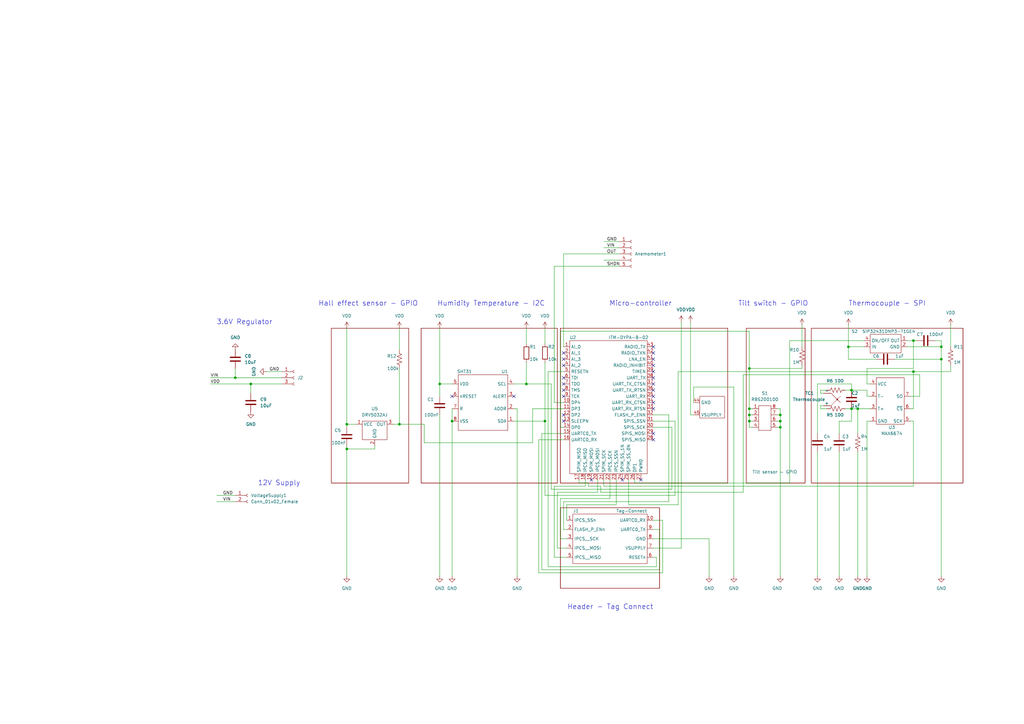
<source format=kicad_sch>
(kicad_sch (version 20211123) (generator eeschema)

  (uuid a5b3981a-8312-4b5b-a753-e25448a6fcbb)

  (paper "A3")

  (title_block
    (title "AIOT Pico")
    (date "2023-07-26")
    (rev "v1.2")
    (company "Inria Paris")
    (comment 1 "Fabrice Sivakumar")
  )

  (lib_symbols
    (symbol "Connector:Conn_01x02_Female" (pin_names (offset 1.016) hide) (in_bom yes) (on_board yes)
      (property "Reference" "J" (id 0) (at 0 2.54 0)
        (effects (font (size 1.27 1.27)))
      )
      (property "Value" "Conn_01x02_Female" (id 1) (at 0 -5.08 0)
        (effects (font (size 1.27 1.27)))
      )
      (property "Footprint" "" (id 2) (at 0 0 0)
        (effects (font (size 1.27 1.27)) hide)
      )
      (property "Datasheet" "~" (id 3) (at 0 0 0)
        (effects (font (size 1.27 1.27)) hide)
      )
      (property "ki_keywords" "connector" (id 4) (at 0 0 0)
        (effects (font (size 1.27 1.27)) hide)
      )
      (property "ki_description" "Generic connector, single row, 01x02, script generated (kicad-library-utils/schlib/autogen/connector/)" (id 5) (at 0 0 0)
        (effects (font (size 1.27 1.27)) hide)
      )
      (property "ki_fp_filters" "Connector*:*_1x??_*" (id 6) (at 0 0 0)
        (effects (font (size 1.27 1.27)) hide)
      )
      (symbol "Conn_01x02_Female_1_1"
        (arc (start 0 -2.032) (mid -0.508 -2.54) (end 0 -3.048)
          (stroke (width 0.1524) (type default) (color 0 0 0 0))
          (fill (type none))
        )
        (polyline
          (pts
            (xy -1.27 -2.54)
            (xy -0.508 -2.54)
          )
          (stroke (width 0.1524) (type default) (color 0 0 0 0))
          (fill (type none))
        )
        (polyline
          (pts
            (xy -1.27 0)
            (xy -0.508 0)
          )
          (stroke (width 0.1524) (type default) (color 0 0 0 0))
          (fill (type none))
        )
        (arc (start 0 0.508) (mid -0.508 0) (end 0 -0.508)
          (stroke (width 0.1524) (type default) (color 0 0 0 0))
          (fill (type none))
        )
        (pin passive line (at -5.08 0 0) (length 3.81)
          (name "Pin_1" (effects (font (size 1.27 1.27))))
          (number "1" (effects (font (size 1.27 1.27))))
        )
        (pin passive line (at -5.08 -2.54 0) (length 3.81)
          (name "Pin_2" (effects (font (size 1.27 1.27))))
          (number "2" (effects (font (size 1.27 1.27))))
        )
      )
    )
    (symbol "Connector:Conn_01x03_Female" (pin_names (offset 1.016) hide) (in_bom yes) (on_board yes)
      (property "Reference" "J" (id 0) (at 0 5.08 0)
        (effects (font (size 1.27 1.27)))
      )
      (property "Value" "Conn_01x03_Female" (id 1) (at 0 -5.08 0)
        (effects (font (size 1.27 1.27)))
      )
      (property "Footprint" "" (id 2) (at 0 0 0)
        (effects (font (size 1.27 1.27)) hide)
      )
      (property "Datasheet" "~" (id 3) (at 0 0 0)
        (effects (font (size 1.27 1.27)) hide)
      )
      (property "ki_keywords" "connector" (id 4) (at 0 0 0)
        (effects (font (size 1.27 1.27)) hide)
      )
      (property "ki_description" "Generic connector, single row, 01x03, script generated (kicad-library-utils/schlib/autogen/connector/)" (id 5) (at 0 0 0)
        (effects (font (size 1.27 1.27)) hide)
      )
      (property "ki_fp_filters" "Connector*:*_1x??_*" (id 6) (at 0 0 0)
        (effects (font (size 1.27 1.27)) hide)
      )
      (symbol "Conn_01x03_Female_1_1"
        (arc (start 0 -2.032) (mid -0.508 -2.54) (end 0 -3.048)
          (stroke (width 0.1524) (type default) (color 0 0 0 0))
          (fill (type none))
        )
        (polyline
          (pts
            (xy -1.27 -2.54)
            (xy -0.508 -2.54)
          )
          (stroke (width 0.1524) (type default) (color 0 0 0 0))
          (fill (type none))
        )
        (polyline
          (pts
            (xy -1.27 0)
            (xy -0.508 0)
          )
          (stroke (width 0.1524) (type default) (color 0 0 0 0))
          (fill (type none))
        )
        (polyline
          (pts
            (xy -1.27 2.54)
            (xy -0.508 2.54)
          )
          (stroke (width 0.1524) (type default) (color 0 0 0 0))
          (fill (type none))
        )
        (arc (start 0 0.508) (mid -0.508 0) (end 0 -0.508)
          (stroke (width 0.1524) (type default) (color 0 0 0 0))
          (fill (type none))
        )
        (arc (start 0 3.048) (mid -0.508 2.54) (end 0 2.032)
          (stroke (width 0.1524) (type default) (color 0 0 0 0))
          (fill (type none))
        )
        (pin passive line (at -5.08 2.54 0) (length 3.81)
          (name "Pin_1" (effects (font (size 1.27 1.27))))
          (number "1" (effects (font (size 1.27 1.27))))
        )
        (pin passive line (at -5.08 0 0) (length 3.81)
          (name "Pin_2" (effects (font (size 1.27 1.27))))
          (number "2" (effects (font (size 1.27 1.27))))
        )
        (pin passive line (at -5.08 -2.54 0) (length 3.81)
          (name "Pin_3" (effects (font (size 1.27 1.27))))
          (number "3" (effects (font (size 1.27 1.27))))
        )
      )
    )
    (symbol "Connector:Conn_01x05_Female" (pin_names (offset 1.016) hide) (in_bom yes) (on_board yes)
      (property "Reference" "J" (id 0) (at 0 7.62 0)
        (effects (font (size 1.27 1.27)))
      )
      (property "Value" "Conn_01x05_Female" (id 1) (at 0 -7.62 0)
        (effects (font (size 1.27 1.27)))
      )
      (property "Footprint" "" (id 2) (at 0 0 0)
        (effects (font (size 1.27 1.27)) hide)
      )
      (property "Datasheet" "~" (id 3) (at 0 0 0)
        (effects (font (size 1.27 1.27)) hide)
      )
      (property "ki_keywords" "connector" (id 4) (at 0 0 0)
        (effects (font (size 1.27 1.27)) hide)
      )
      (property "ki_description" "Generic connector, single row, 01x05, script generated (kicad-library-utils/schlib/autogen/connector/)" (id 5) (at 0 0 0)
        (effects (font (size 1.27 1.27)) hide)
      )
      (property "ki_fp_filters" "Connector*:*_1x??_*" (id 6) (at 0 0 0)
        (effects (font (size 1.27 1.27)) hide)
      )
      (symbol "Conn_01x05_Female_1_1"
        (arc (start 0 -4.572) (mid -0.508 -5.08) (end 0 -5.588)
          (stroke (width 0.1524) (type default) (color 0 0 0 0))
          (fill (type none))
        )
        (arc (start 0 -2.032) (mid -0.508 -2.54) (end 0 -3.048)
          (stroke (width 0.1524) (type default) (color 0 0 0 0))
          (fill (type none))
        )
        (polyline
          (pts
            (xy -1.27 -5.08)
            (xy -0.508 -5.08)
          )
          (stroke (width 0.1524) (type default) (color 0 0 0 0))
          (fill (type none))
        )
        (polyline
          (pts
            (xy -1.27 -2.54)
            (xy -0.508 -2.54)
          )
          (stroke (width 0.1524) (type default) (color 0 0 0 0))
          (fill (type none))
        )
        (polyline
          (pts
            (xy -1.27 0)
            (xy -0.508 0)
          )
          (stroke (width 0.1524) (type default) (color 0 0 0 0))
          (fill (type none))
        )
        (polyline
          (pts
            (xy -1.27 2.54)
            (xy -0.508 2.54)
          )
          (stroke (width 0.1524) (type default) (color 0 0 0 0))
          (fill (type none))
        )
        (polyline
          (pts
            (xy -1.27 5.08)
            (xy -0.508 5.08)
          )
          (stroke (width 0.1524) (type default) (color 0 0 0 0))
          (fill (type none))
        )
        (arc (start 0 0.508) (mid -0.508 0) (end 0 -0.508)
          (stroke (width 0.1524) (type default) (color 0 0 0 0))
          (fill (type none))
        )
        (arc (start 0 3.048) (mid -0.508 2.54) (end 0 2.032)
          (stroke (width 0.1524) (type default) (color 0 0 0 0))
          (fill (type none))
        )
        (arc (start 0 5.588) (mid -0.508 5.08) (end 0 4.572)
          (stroke (width 0.1524) (type default) (color 0 0 0 0))
          (fill (type none))
        )
        (pin passive line (at -5.08 5.08 0) (length 3.81)
          (name "Pin_1" (effects (font (size 1.27 1.27))))
          (number "1" (effects (font (size 1.27 1.27))))
        )
        (pin passive line (at -5.08 2.54 0) (length 3.81)
          (name "Pin_2" (effects (font (size 1.27 1.27))))
          (number "2" (effects (font (size 1.27 1.27))))
        )
        (pin passive line (at -5.08 0 0) (length 3.81)
          (name "Pin_3" (effects (font (size 1.27 1.27))))
          (number "3" (effects (font (size 1.27 1.27))))
        )
        (pin passive line (at -5.08 -2.54 0) (length 3.81)
          (name "Pin_4" (effects (font (size 1.27 1.27))))
          (number "4" (effects (font (size 1.27 1.27))))
        )
        (pin passive line (at -5.08 -5.08 0) (length 3.81)
          (name "Pin_5" (effects (font (size 1.27 1.27))))
          (number "5" (effects (font (size 1.27 1.27))))
        )
      )
    )
    (symbol "Device:C" (pin_numbers hide) (pin_names (offset 0.254)) (in_bom yes) (on_board yes)
      (property "Reference" "C" (id 0) (at 0.635 2.54 0)
        (effects (font (size 1.27 1.27)) (justify left))
      )
      (property "Value" "C" (id 1) (at 0.635 -2.54 0)
        (effects (font (size 1.27 1.27)) (justify left))
      )
      (property "Footprint" "" (id 2) (at 0.9652 -3.81 0)
        (effects (font (size 1.27 1.27)) hide)
      )
      (property "Datasheet" "~" (id 3) (at 0 0 0)
        (effects (font (size 1.27 1.27)) hide)
      )
      (property "ki_keywords" "cap capacitor" (id 4) (at 0 0 0)
        (effects (font (size 1.27 1.27)) hide)
      )
      (property "ki_description" "Unpolarized capacitor" (id 5) (at 0 0 0)
        (effects (font (size 1.27 1.27)) hide)
      )
      (property "ki_fp_filters" "C_*" (id 6) (at 0 0 0)
        (effects (font (size 1.27 1.27)) hide)
      )
      (symbol "C_0_1"
        (polyline
          (pts
            (xy -2.032 -0.762)
            (xy 2.032 -0.762)
          )
          (stroke (width 0.508) (type default) (color 0 0 0 0))
          (fill (type none))
        )
        (polyline
          (pts
            (xy -2.032 0.762)
            (xy 2.032 0.762)
          )
          (stroke (width 0.508) (type default) (color 0 0 0 0))
          (fill (type none))
        )
      )
      (symbol "C_1_1"
        (pin passive line (at 0 3.81 270) (length 2.794)
          (name "~" (effects (font (size 1.27 1.27))))
          (number "1" (effects (font (size 1.27 1.27))))
        )
        (pin passive line (at 0 -3.81 90) (length 2.794)
          (name "~" (effects (font (size 1.27 1.27))))
          (number "2" (effects (font (size 1.27 1.27))))
        )
      )
    )
    (symbol "Device:R" (pin_numbers hide) (pin_names (offset 0)) (in_bom yes) (on_board yes)
      (property "Reference" "R" (id 0) (at 2.032 0 90)
        (effects (font (size 1.27 1.27)))
      )
      (property "Value" "R" (id 1) (at 0 0 90)
        (effects (font (size 1.27 1.27)))
      )
      (property "Footprint" "" (id 2) (at -1.778 0 90)
        (effects (font (size 1.27 1.27)) hide)
      )
      (property "Datasheet" "~" (id 3) (at 0 0 0)
        (effects (font (size 1.27 1.27)) hide)
      )
      (property "ki_keywords" "R res resistor" (id 4) (at 0 0 0)
        (effects (font (size 1.27 1.27)) hide)
      )
      (property "ki_description" "Resistor" (id 5) (at 0 0 0)
        (effects (font (size 1.27 1.27)) hide)
      )
      (property "ki_fp_filters" "R_*" (id 6) (at 0 0 0)
        (effects (font (size 1.27 1.27)) hide)
      )
      (symbol "R_0_1"
        (rectangle (start -1.016 -2.54) (end 1.016 2.54)
          (stroke (width 0.254) (type default) (color 0 0 0 0))
          (fill (type none))
        )
      )
      (symbol "R_1_1"
        (pin passive line (at 0 3.81 270) (length 1.27)
          (name "~" (effects (font (size 1.27 1.27))))
          (number "1" (effects (font (size 1.27 1.27))))
        )
        (pin passive line (at 0 -3.81 90) (length 1.27)
          (name "~" (effects (font (size 1.27 1.27))))
          (number "2" (effects (font (size 1.27 1.27))))
        )
      )
    )
    (symbol "Device:R_US" (pin_numbers hide) (pin_names (offset 0)) (in_bom yes) (on_board yes)
      (property "Reference" "R" (id 0) (at 2.54 0 90)
        (effects (font (size 1.27 1.27)))
      )
      (property "Value" "R_US" (id 1) (at -2.54 0 90)
        (effects (font (size 1.27 1.27)))
      )
      (property "Footprint" "" (id 2) (at 1.016 -0.254 90)
        (effects (font (size 1.27 1.27)) hide)
      )
      (property "Datasheet" "~" (id 3) (at 0 0 0)
        (effects (font (size 1.27 1.27)) hide)
      )
      (property "ki_keywords" "R res resistor" (id 4) (at 0 0 0)
        (effects (font (size 1.27 1.27)) hide)
      )
      (property "ki_description" "Resistor, US symbol" (id 5) (at 0 0 0)
        (effects (font (size 1.27 1.27)) hide)
      )
      (property "ki_fp_filters" "R_*" (id 6) (at 0 0 0)
        (effects (font (size 1.27 1.27)) hide)
      )
      (symbol "R_US_0_1"
        (polyline
          (pts
            (xy 0 -2.286)
            (xy 0 -2.54)
          )
          (stroke (width 0) (type default) (color 0 0 0 0))
          (fill (type none))
        )
        (polyline
          (pts
            (xy 0 2.286)
            (xy 0 2.54)
          )
          (stroke (width 0) (type default) (color 0 0 0 0))
          (fill (type none))
        )
        (polyline
          (pts
            (xy 0 -0.762)
            (xy 1.016 -1.143)
            (xy 0 -1.524)
            (xy -1.016 -1.905)
            (xy 0 -2.286)
          )
          (stroke (width 0) (type default) (color 0 0 0 0))
          (fill (type none))
        )
        (polyline
          (pts
            (xy 0 0.762)
            (xy 1.016 0.381)
            (xy 0 0)
            (xy -1.016 -0.381)
            (xy 0 -0.762)
          )
          (stroke (width 0) (type default) (color 0 0 0 0))
          (fill (type none))
        )
        (polyline
          (pts
            (xy 0 2.286)
            (xy 1.016 1.905)
            (xy 0 1.524)
            (xy -1.016 1.143)
            (xy 0 0.762)
          )
          (stroke (width 0) (type default) (color 0 0 0 0))
          (fill (type none))
        )
      )
      (symbol "R_US_1_1"
        (pin passive line (at 0 3.81 270) (length 1.27)
          (name "~" (effects (font (size 1.27 1.27))))
          (number "1" (effects (font (size 1.27 1.27))))
        )
        (pin passive line (at 0 -3.81 90) (length 1.27)
          (name "~" (effects (font (size 1.27 1.27))))
          (number "2" (effects (font (size 1.27 1.27))))
        )
      )
    )
    (symbol "Device:Thermocouple" (pin_numbers hide) (pin_names (offset 0)) (in_bom yes) (on_board yes)
      (property "Reference" "TC" (id 0) (at -3.048 3.81 0)
        (effects (font (size 1.27 1.27)))
      )
      (property "Value" "Thermocouple" (id 1) (at -5.08 -4.064 0)
        (effects (font (size 1.27 1.27)) (justify left))
      )
      (property "Footprint" "" (id 2) (at -14.605 1.27 0)
        (effects (font (size 1.27 1.27)) hide)
      )
      (property "Datasheet" "~" (id 3) (at -14.605 1.27 0)
        (effects (font (size 1.27 1.27)) hide)
      )
      (property "ki_keywords" "thermocouple temperature sensor cold junction" (id 4) (at 0 0 0)
        (effects (font (size 1.27 1.27)) hide)
      )
      (property "ki_description" "Thermocouple" (id 5) (at 0 0 0)
        (effects (font (size 1.27 1.27)) hide)
      )
      (property "ki_fp_filters" "PIN?ARRAY* bornier* *Terminal?Block* Thermo*Couple*" (id 6) (at 0 0 0)
        (effects (font (size 1.27 1.27)) hide)
      )
      (symbol "Thermocouple_0_1"
        (circle (center -3.048 0) (radius 0.254)
          (stroke (width 0) (type default) (color 0 0 0 0))
          (fill (type outline))
        )
        (polyline
          (pts
            (xy -4.064 -1.016)
            (xy -4.318 -1.27)
          )
          (stroke (width 0) (type default) (color 0 0 0 0))
          (fill (type none))
        )
        (polyline
          (pts
            (xy -3.556 -0.508)
            (xy -3.81 -0.762)
          )
          (stroke (width 0) (type default) (color 0 0 0 0))
          (fill (type none))
        )
        (polyline
          (pts
            (xy -3.048 0)
            (xy -3.302 -0.254)
          )
          (stroke (width 0) (type default) (color 0 0 0 0))
          (fill (type none))
        )
        (polyline
          (pts
            (xy -2.54 0.508)
            (xy -2.794 0.254)
          )
          (stroke (width 0) (type default) (color 0 0 0 0))
          (fill (type none))
        )
        (polyline
          (pts
            (xy -2.032 1.016)
            (xy -2.286 0.762)
          )
          (stroke (width 0) (type default) (color 0 0 0 0))
          (fill (type none))
        )
        (polyline
          (pts
            (xy -1.524 1.524)
            (xy -1.778 1.27)
          )
          (stroke (width 0) (type default) (color 0 0 0 0))
          (fill (type none))
        )
        (polyline
          (pts
            (xy -1.016 2.032)
            (xy -1.27 1.778)
          )
          (stroke (width 0) (type default) (color 0 0 0 0))
          (fill (type none))
        )
        (polyline
          (pts
            (xy -0.508 2.54)
            (xy -0.762 2.286)
          )
          (stroke (width 0) (type default) (color 0 0 0 0))
          (fill (type none))
        )
        (polyline
          (pts
            (xy 0 -2.54)
            (xy -0.254 -2.54)
          )
          (stroke (width 0) (type default) (color 0 0 0 0))
          (fill (type none))
        )
        (polyline
          (pts
            (xy 0 2.54)
            (xy -0.508 2.54)
          )
          (stroke (width 0) (type default) (color 0 0 0 0))
          (fill (type none))
        )
        (polyline
          (pts
            (xy 0.254 -2.54)
            (xy -0.508 -2.54)
            (xy -4.318 1.27)
          )
          (stroke (width 0) (type default) (color 0 0 0 0))
          (fill (type none))
        )
      )
      (symbol "Thermocouple_1_1"
        (pin passive line (at 2.54 2.54 180) (length 2.54)
          (name "+" (effects (font (size 1.27 1.27))))
          (number "1" (effects (font (size 1.27 1.27))))
        )
        (pin passive line (at 2.54 -2.54 180) (length 2.54)
          (name "-" (effects (font (size 1.27 1.27))))
          (number "2" (effects (font (size 1.27 1.27))))
        )
      )
    )
    (symbol "aiot_symbol_lib:DRV5032AJ" (in_bom yes) (on_board yes)
      (property "Reference" "U" (id 0) (at 5.08 6.35 0)
        (effects (font (size 1.27 1.27)))
      )
      (property "Value" "DRV5032AJ" (id 1) (at -3.81 6.35 0)
        (effects (font (size 1.27 1.27)))
      )
      (property "Footprint" "" (id 2) (at 0 0 0)
        (effects (font (size 1.27 1.27)) hide)
      )
      (property "Datasheet" "" (id 3) (at 0 0 0)
        (effects (font (size 1.27 1.27)) hide)
      )
      (symbol "DRV5032AJ_0_1"
        (rectangle (start -5.08 3.81) (end 5.08 -3.81)
          (stroke (width 0) (type default) (color 0 0 0 0))
          (fill (type none))
        )
      )
      (symbol "DRV5032AJ_1_1"
        (pin input line (at -7.62 2.54 0) (length 2.54)
          (name "VCC" (effects (font (size 1.27 1.27))))
          (number "1" (effects (font (size 1.27 1.27))))
        )
        (pin input line (at 0 -6.35 90) (length 2.54)
          (name "GND" (effects (font (size 1.27 1.27))))
          (number "2" (effects (font (size 1.27 1.27))))
        )
        (pin input line (at 7.62 2.54 180) (length 2.54)
          (name "OUT" (effects (font (size 1.27 1.27))))
          (number "3" (effects (font (size 1.27 1.27))))
        )
      )
    )
    (symbol "aiot_symbol_lib:RBS200100" (in_bom yes) (on_board yes)
      (property "Reference" "S" (id 0) (at 6.35 7.62 0)
        (effects (font (size 1.27 1.27)))
      )
      (property "Value" "RBS200100" (id 1) (at -6.35 7.62 0)
        (effects (font (size 1.27 1.27)))
      )
      (property "Footprint" "" (id 2) (at 0 0 0)
        (effects (font (size 1.27 1.27)) hide)
      )
      (property "Datasheet" "" (id 3) (at 0 0 0)
        (effects (font (size 1.27 1.27)) hide)
      )
      (symbol "RBS200100_0_1"
        (rectangle (start -2.54 5.08) (end 2.54 -5.08)
          (stroke (width 0) (type default) (color 0 0 0 0))
          (fill (type none))
        )
      )
      (symbol "RBS200100_1_1"
        (pin input line (at -5.08 3.81 0) (length 2.54)
          (name "" (effects (font (size 1.27 1.27))))
          (number "1" (effects (font (size 1.27 1.27))))
        )
        (pin input line (at -5.08 1.27 0) (length 2.54)
          (name "" (effects (font (size 1.27 1.27))))
          (number "2" (effects (font (size 1.27 1.27))))
        )
        (pin input line (at -5.08 -1.27 0) (length 2.54)
          (name "" (effects (font (size 1.27 1.27))))
          (number "3" (effects (font (size 1.27 1.27))))
        )
        (pin input line (at -5.08 -3.81 0) (length 2.54)
          (name "" (effects (font (size 1.27 1.27))))
          (number "4" (effects (font (size 1.27 1.27))))
        )
        (pin input line (at 5.08 -3.81 180) (length 2.54)
          (name "" (effects (font (size 1.27 1.27))))
          (number "5" (effects (font (size 1.27 1.27))))
        )
        (pin input line (at 5.08 -1.27 180) (length 2.54)
          (name "" (effects (font (size 1.27 1.27))))
          (number "6" (effects (font (size 1.27 1.27))))
        )
        (pin input line (at 5.08 1.27 180) (length 2.54)
          (name "" (effects (font (size 1.27 1.27))))
          (number "7" (effects (font (size 1.27 1.27))))
        )
        (pin input line (at 5.08 3.81 180) (length 2.54)
          (name "" (effects (font (size 1.27 1.27))))
          (number "8" (effects (font (size 1.27 1.27))))
        )
      )
    )
    (symbol "heat_humidity_mesh_lib:ITM-DYPA-B-02" (in_bom yes) (on_board yes)
      (property "Reference" "U" (id 0) (at -15.24 29.21 0)
        (effects (font (size 1.27 1.27)))
      )
      (property "Value" "ITM-DYPA-B-02" (id 1) (at 24.13 -29.21 0)
        (effects (font (size 1.27 1.27)))
      )
      (property "Footprint" "" (id 2) (at 0 -15.24 0)
        (effects (font (size 1.27 1.27)) hide)
      )
      (property "Datasheet" "" (id 3) (at 0 -15.24 0)
        (effects (font (size 1.27 1.27)) hide)
      )
      (symbol "ITM-DYPA-B-02_0_1"
        (rectangle (start -16.51 27.94) (end 15.24 -26.67)
          (stroke (width 0) (type default) (color 0 0 0 0))
          (fill (type none))
        )
        (rectangle (start 36.83 5.08) (end 46.99 -3.81)
          (stroke (width 0) (type default) (color 0 0 0 0))
          (fill (type none))
        )
      )
      (symbol "ITM-DYPA-B-02_1_1"
        (pin input line (at -19.05 25.4 0) (length 2.54)
          (name "AI_0" (effects (font (size 1.27 1.27))))
          (number "1" (effects (font (size 1.27 1.27))))
        )
        (pin input line (at -19.05 2.54 0) (length 2.54)
          (name "DP4" (effects (font (size 1.27 1.27))))
          (number "10" (effects (font (size 1.27 1.27))))
        )
        (pin input line (at -19.05 0 0) (length 2.54)
          (name "DP3" (effects (font (size 1.27 1.27))))
          (number "11" (effects (font (size 1.27 1.27))))
        )
        (pin input line (at -19.05 -2.54 0) (length 2.54)
          (name "DP2" (effects (font (size 1.27 1.27))))
          (number "12" (effects (font (size 1.27 1.27))))
        )
        (pin input line (at -19.05 -5.08 0) (length 2.54)
          (name "SLEEPN" (effects (font (size 1.27 1.27))))
          (number "13" (effects (font (size 1.27 1.27))))
        )
        (pin input line (at -19.05 -7.62 0) (length 2.54)
          (name "DP0" (effects (font (size 1.27 1.27))))
          (number "14" (effects (font (size 1.27 1.27))))
        )
        (pin input line (at -19.05 -10.16 0) (length 2.54)
          (name "UARTC0_TX" (effects (font (size 1.27 1.27))))
          (number "15" (effects (font (size 1.27 1.27))))
        )
        (pin input line (at -19.05 -12.7 0) (length 2.54)
          (name "UARTC0_RX" (effects (font (size 1.27 1.27))))
          (number "16" (effects (font (size 1.27 1.27))))
        )
        (pin input line (at -12.7 -29.21 90) (length 2.54)
          (name "SPIM_MISO" (effects (font (size 1.27 1.27))))
          (number "17" (effects (font (size 1.27 1.27))))
        )
        (pin input line (at -10.16 -29.21 90) (length 2.54)
          (name "IPCS_MISO" (effects (font (size 1.27 1.27))))
          (number "18" (effects (font (size 1.27 1.27))))
        )
        (pin input line (at -7.62 -29.21 90) (length 2.54)
          (name "SPIM_MOSI" (effects (font (size 1.27 1.27))))
          (number "19" (effects (font (size 1.27 1.27))))
        )
        (pin input line (at -19.05 22.86 0) (length 2.54)
          (name "AI_1" (effects (font (size 1.27 1.27))))
          (number "2" (effects (font (size 1.27 1.27))))
        )
        (pin input line (at -5.08 -29.21 90) (length 2.54)
          (name "IPCS_MOSI" (effects (font (size 1.27 1.27))))
          (number "20" (effects (font (size 1.27 1.27))))
        )
        (pin input line (at -2.54 -29.21 90) (length 2.54)
          (name "SPIM_SCK" (effects (font (size 1.27 1.27))))
          (number "21" (effects (font (size 1.27 1.27))))
        )
        (pin input line (at 0 -29.21 90) (length 2.54)
          (name "IPCS_SCK" (effects (font (size 1.27 1.27))))
          (number "22" (effects (font (size 1.27 1.27))))
        )
        (pin input line (at 2.54 -29.21 90) (length 2.54)
          (name "IPCS_SSN" (effects (font (size 1.27 1.27))))
          (number "23" (effects (font (size 1.27 1.27))))
        )
        (pin input line (at 5.08 -29.21 90) (length 2.54)
          (name "SPIM_SS_1N" (effects (font (size 1.27 1.27))))
          (number "24" (effects (font (size 1.27 1.27))))
        )
        (pin input line (at 7.62 -29.21 90) (length 2.54)
          (name "SPIM_SS_0N" (effects (font (size 1.27 1.27))))
          (number "25" (effects (font (size 1.27 1.27))))
        )
        (pin input line (at 10.16 -29.21 90) (length 2.54)
          (name "DP1" (effects (font (size 1.27 1.27))))
          (number "26" (effects (font (size 1.27 1.27))))
        )
        (pin input line (at 12.7 -29.21 90) (length 2.54)
          (name "PWM0" (effects (font (size 1.27 1.27))))
          (number "27" (effects (font (size 1.27 1.27))))
        )
        (pin input line (at 17.78 -12.7 180) (length 2.54)
          (name "SPIS_MISO" (effects (font (size 1.27 1.27))))
          (number "28" (effects (font (size 1.27 1.27))))
        )
        (pin input line (at 17.78 -10.16 180) (length 2.54)
          (name "SPIS_MOSI" (effects (font (size 1.27 1.27))))
          (number "29" (effects (font (size 1.27 1.27))))
        )
        (pin input line (at -19.05 20.32 0) (length 2.54)
          (name "AI_3" (effects (font (size 1.27 1.27))))
          (number "3" (effects (font (size 1.27 1.27))))
        )
        (pin input line (at 17.78 -7.62 180) (length 2.54)
          (name "SPIS_SCK" (effects (font (size 1.27 1.27))))
          (number "30" (effects (font (size 1.27 1.27))))
        )
        (pin input line (at 17.78 -5.08 180) (length 2.54)
          (name "SPIS_SSN" (effects (font (size 1.27 1.27))))
          (number "31" (effects (font (size 1.27 1.27))))
        )
        (pin input line (at 17.78 -2.54 180) (length 2.54)
          (name "FLASH_P_ENN" (effects (font (size 1.27 1.27))))
          (number "32" (effects (font (size 1.27 1.27))))
        )
        (pin input line (at 17.78 0 180) (length 2.54)
          (name "UART_RX_RTSN" (effects (font (size 1.27 1.27))))
          (number "33" (effects (font (size 1.27 1.27))))
        )
        (pin input line (at 17.78 2.54 180) (length 2.54)
          (name "UART_RX_CTSN" (effects (font (size 1.27 1.27))))
          (number "34" (effects (font (size 1.27 1.27))))
        )
        (pin input line (at 17.78 5.08 180) (length 2.54)
          (name "UART_RX" (effects (font (size 1.27 1.27))))
          (number "35" (effects (font (size 1.27 1.27))))
        )
        (pin input line (at 17.78 7.62 180) (length 2.54)
          (name "UART_TX_RTSN" (effects (font (size 1.27 1.27))))
          (number "36" (effects (font (size 1.27 1.27))))
        )
        (pin input line (at 17.78 10.16 180) (length 2.54)
          (name "UART_TX_CTSN" (effects (font (size 1.27 1.27))))
          (number "37" (effects (font (size 1.27 1.27))))
        )
        (pin input line (at 17.78 12.7 180) (length 2.54)
          (name "UART_TX" (effects (font (size 1.27 1.27))))
          (number "38" (effects (font (size 1.27 1.27))))
        )
        (pin input line (at 17.78 15.24 180) (length 2.54)
          (name "TIMEN" (effects (font (size 1.27 1.27))))
          (number "39" (effects (font (size 1.27 1.27))))
        )
        (pin input line (at -19.05 17.78 0) (length 2.54)
          (name "AI_2" (effects (font (size 1.27 1.27))))
          (number "4" (effects (font (size 1.27 1.27))))
        )
        (pin input line (at 17.78 17.78 180) (length 2.54)
          (name "RADIO_INHIBIT" (effects (font (size 1.27 1.27))))
          (number "40" (effects (font (size 1.27 1.27))))
        )
        (pin input line (at 17.78 20.32 180) (length 2.54)
          (name "LNA_EN" (effects (font (size 1.27 1.27))))
          (number "41" (effects (font (size 1.27 1.27))))
        )
        (pin input line (at 17.78 22.86 180) (length 2.54)
          (name "RADIO_TXN" (effects (font (size 1.27 1.27))))
          (number "42" (effects (font (size 1.27 1.27))))
        )
        (pin input line (at 17.78 25.4 180) (length 2.54)
          (name "RADIO_TX" (effects (font (size 1.27 1.27))))
          (number "43" (effects (font (size 1.27 1.27))))
        )
        (pin input line (at 34.29 2.54 0) (length 2.54)
          (name "GND" (effects (font (size 1.27 1.27))))
          (number "44" (effects (font (size 1.27 1.27))))
        )
        (pin input line (at 34.29 -2.54 0) (length 2.54)
          (name "VSUPPLY" (effects (font (size 1.27 1.27))))
          (number "45" (effects (font (size 1.27 1.27))))
        )
        (pin input line (at -19.05 15.24 0) (length 2.54)
          (name "RESETN" (effects (font (size 1.27 1.27))))
          (number "5" (effects (font (size 1.27 1.27))))
        )
        (pin input line (at -19.05 12.7 0) (length 2.54)
          (name "TDI" (effects (font (size 1.27 1.27))))
          (number "6" (effects (font (size 1.27 1.27))))
        )
        (pin input line (at -19.05 10.16 0) (length 2.54)
          (name "TDO" (effects (font (size 1.27 1.27))))
          (number "7" (effects (font (size 1.27 1.27))))
        )
        (pin input line (at -19.05 7.62 0) (length 2.54)
          (name "TMS" (effects (font (size 1.27 1.27))))
          (number "8" (effects (font (size 1.27 1.27))))
        )
        (pin input line (at -19.05 5.08 0) (length 2.54)
          (name "TCK" (effects (font (size 1.27 1.27))))
          (number "9" (effects (font (size 1.27 1.27))))
        )
      )
    )
    (symbol "heat_humidity_mesh_lib:MAX6674" (in_bom yes) (on_board yes)
      (property "Reference" "U3" (id 0) (at 0 -10.16 0)
        (effects (font (size 1.27 1.27)))
      )
      (property "Value" "MAX6674" (id 1) (at 0 -12.7 0)
        (effects (font (size 1.27 1.27)))
      )
      (property "Footprint" "digikey-footprints:SOIC-7-8_W3.9mm" (id 2) (at -1.27 15.24 0)
        (effects (font (size 1.27 1.27)) hide)
      )
      (property "Datasheet" "" (id 3) (at 0 0 0)
        (effects (font (size 1.27 1.27)) hide)
      )
      (symbol "MAX6674_0_1"
        (rectangle (start -6.35 10.16) (end 5.08 -8.89)
          (stroke (width 0) (type default) (color 0 0 0 0))
          (fill (type none))
        )
      )
      (symbol "MAX6674_1_1"
        (pin input line (at -8.89 -7.62 0) (length 2.54)
          (name "GND" (effects (font (size 1.27 1.27))))
          (number "1" (effects (font (size 1.27 1.27))))
        )
        (pin input line (at -8.89 2.54 0) (length 2.54)
          (name "T-" (effects (font (size 1.27 1.27))))
          (number "2" (effects (font (size 1.27 1.27))))
        )
        (pin input line (at -8.89 -2.54 0) (length 2.54)
          (name "T+" (effects (font (size 1.27 1.27))))
          (number "3" (effects (font (size 1.27 1.27))))
        )
        (pin input line (at -8.89 7.62 0) (length 2.54)
          (name "VCC" (effects (font (size 1.27 1.27))))
          (number "4" (effects (font (size 1.27 1.27))))
        )
        (pin input line (at 7.62 -7.62 180) (length 2.54)
          (name "SCK" (effects (font (size 1.27 1.27))))
          (number "5" (effects (font (size 1.27 1.27))))
        )
        (pin input line (at 7.62 -2.54 180) (length 2.54)
          (name "~{CS}" (effects (font (size 1.27 1.27))))
          (number "6" (effects (font (size 1.27 1.27))))
        )
        (pin input line (at 7.62 2.54 180) (length 2.54)
          (name "SO" (effects (font (size 1.27 1.27))))
          (number "7" (effects (font (size 1.27 1.27))))
        )
      )
    )
    (symbol "heat_humidity_mesh_lib:SHT31" (in_bom yes) (on_board yes)
      (property "Reference" "U" (id 0) (at -8.89 12.7 0)
        (effects (font (size 1.27 1.27)))
      )
      (property "Value" "SHT31" (id 1) (at 7.62 -12.7 0)
        (effects (font (size 1.27 1.27)))
      )
      (property "Footprint" "" (id 2) (at 1.27 1.27 0)
        (effects (font (size 1.27 1.27)) hide)
      )
      (property "Datasheet" "" (id 3) (at 1.27 1.27 0)
        (effects (font (size 1.27 1.27)) hide)
      )
      (symbol "SHT31_0_1"
        (rectangle (start -10.16 11.43) (end 10.16 -11.43)
          (stroke (width 0) (type default) (color 0 0 0 0))
          (fill (type none))
        )
      )
      (symbol "SHT31_1_1"
        (pin input line (at -12.7 7.62 0) (length 2.54)
          (name "SDA" (effects (font (size 1.27 1.27))))
          (number "1" (effects (font (size 1.27 1.27))))
        )
        (pin input line (at -12.7 2.54 0) (length 2.54)
          (name "ADDR" (effects (font (size 1.27 1.27))))
          (number "2" (effects (font (size 1.27 1.27))))
        )
        (pin input line (at -12.7 -2.54 0) (length 2.54)
          (name "ALERT" (effects (font (size 1.27 1.27))))
          (number "3" (effects (font (size 1.27 1.27))))
        )
        (pin input line (at -12.7 -7.62 0) (length 2.54)
          (name "SCL" (effects (font (size 1.27 1.27))))
          (number "4" (effects (font (size 1.27 1.27))))
        )
        (pin input line (at 12.7 -7.62 180) (length 2.54)
          (name "VDD" (effects (font (size 1.27 1.27))))
          (number "5" (effects (font (size 1.27 1.27))))
        )
        (pin input line (at 12.7 -2.54 180) (length 2.54)
          (name "nRESET" (effects (font (size 1.27 1.27))))
          (number "6" (effects (font (size 1.27 1.27))))
        )
        (pin input line (at 12.7 2.54 180) (length 2.54)
          (name "R" (effects (font (size 1.27 1.27))))
          (number "7" (effects (font (size 1.27 1.27))))
        )
        (pin input line (at 12.7 7.62 180) (length 2.54)
          (name "VSS" (effects (font (size 1.27 1.27))))
          (number "8" (effects (font (size 1.27 1.27))))
        )
      )
    )
    (symbol "heat_humidity_mesh_lib:SiP32431DNP3-T1GE4" (in_bom yes) (on_board yes)
      (property "Reference" "S" (id 0) (at 12.7 7.62 0)
        (effects (font (size 1.27 1.27)))
      )
      (property "Value" "SiP32431DNP3-T1GE4" (id 1) (at -1.27 7.62 0)
        (effects (font (size 1.27 1.27)))
      )
      (property "Footprint" "" (id 2) (at 0 0 0)
        (effects (font (size 1.27 1.27)) hide)
      )
      (property "Datasheet" "" (id 3) (at 0 0 0)
        (effects (font (size 1.27 1.27)) hide)
      )
      (symbol "SiP32431DNP3-T1GE4_0_1"
        (rectangle (start -6.35 3.81) (end 6.35 -3.81)
          (stroke (width 0) (type default) (color 0 0 0 0))
          (fill (type none))
        )
      )
      (symbol "SiP32431DNP3-T1GE4_1_1"
        (pin input line (at 8.89 1.27 180) (length 2.54)
          (name "OUT" (effects (font (size 1.27 1.27))))
          (number "1" (effects (font (size 1.27 1.27))))
        )
        (pin input line (at 8.89 -1.27 180) (length 2.54)
          (name "GND" (effects (font (size 1.27 1.27))))
          (number "2" (effects (font (size 1.27 1.27))))
        )
        (pin input line (at -8.89 -1.27 0) (length 2.54)
          (name "IN" (effects (font (size 1.27 1.27))))
          (number "3" (effects (font (size 1.27 1.27))))
        )
        (pin input line (at -8.89 1.27 0) (length 2.54)
          (name "ON/OFF" (effects (font (size 1.27 1.27))))
          (number "4" (effects (font (size 1.27 1.27))))
        )
      )
    )
    (symbol "heat_humidity_mesh_lib:Tag-Connect" (in_bom yes) (on_board yes)
      (property "Reference" "U" (id 0) (at 0 11.43 0)
        (effects (font (size 1.27 1.27)))
      )
      (property "Value" "Tag-Connect" (id 1) (at 0 -12.7 0)
        (effects (font (size 1.27 1.27)))
      )
      (property "Footprint" "" (id 2) (at 0 0 90)
        (effects (font (size 1.27 1.27)) hide)
      )
      (property "Datasheet" "" (id 3) (at 0 0 90)
        (effects (font (size 1.27 1.27)) hide)
      )
      (symbol "Tag-Connect_0_1"
        (rectangle (start -15.24 -10.16) (end 15.24 10.16)
          (stroke (width 0) (type default) (color 0 0 0 0))
          (fill (type none))
        )
      )
      (symbol "Tag-Connect_1_1"
        (pin input line (at -17.78 7.62 0) (length 2.54)
          (name "IPCS_SSn" (effects (font (size 1.27 1.27))))
          (number "1" (effects (font (size 1.27 1.27))))
        )
        (pin input line (at 17.78 7.62 180) (length 2.54)
          (name "UARTC0_RX" (effects (font (size 1.27 1.27))))
          (number "10" (effects (font (size 1.27 1.27))))
        )
        (pin input line (at -17.78 3.81 0) (length 2.54)
          (name "FLASH_P_ENn" (effects (font (size 1.27 1.27))))
          (number "2" (effects (font (size 1.27 1.27))))
        )
        (pin input line (at -17.78 0 0) (length 2.54)
          (name "IPCS__SCK" (effects (font (size 1.27 1.27))))
          (number "3" (effects (font (size 1.27 1.27))))
        )
        (pin input line (at -17.78 -3.81 0) (length 2.54)
          (name "IPCS__MOSI" (effects (font (size 1.27 1.27))))
          (number "4" (effects (font (size 1.27 1.27))))
        )
        (pin input line (at -17.78 -7.62 0) (length 2.54)
          (name "IPCS__MISO" (effects (font (size 1.27 1.27))))
          (number "5" (effects (font (size 1.27 1.27))))
        )
        (pin input line (at 17.78 -7.62 180) (length 2.54)
          (name "RESETn" (effects (font (size 1.27 1.27))))
          (number "6" (effects (font (size 1.27 1.27))))
        )
        (pin input line (at 17.78 -3.81 180) (length 2.54)
          (name "VSUPPLY" (effects (font (size 1.27 1.27))))
          (number "7" (effects (font (size 1.27 1.27))))
        )
        (pin input line (at 17.78 0 180) (length 2.54)
          (name "GND" (effects (font (size 1.27 1.27))))
          (number "8" (effects (font (size 1.27 1.27))))
        )
        (pin input line (at 17.78 3.81 180) (length 2.54)
          (name "UARTC0_TX" (effects (font (size 1.27 1.27))))
          (number "9" (effects (font (size 1.27 1.27))))
        )
      )
    )
    (symbol "power:GND" (power) (pin_names (offset 0)) (in_bom yes) (on_board yes)
      (property "Reference" "#PWR" (id 0) (at 0 -6.35 0)
        (effects (font (size 1.27 1.27)) hide)
      )
      (property "Value" "GND" (id 1) (at 0 -3.81 0)
        (effects (font (size 1.27 1.27)))
      )
      (property "Footprint" "" (id 2) (at 0 0 0)
        (effects (font (size 1.27 1.27)) hide)
      )
      (property "Datasheet" "" (id 3) (at 0 0 0)
        (effects (font (size 1.27 1.27)) hide)
      )
      (property "ki_keywords" "power-flag" (id 4) (at 0 0 0)
        (effects (font (size 1.27 1.27)) hide)
      )
      (property "ki_description" "Power symbol creates a global label with name \"GND\" , ground" (id 5) (at 0 0 0)
        (effects (font (size 1.27 1.27)) hide)
      )
      (symbol "GND_0_1"
        (polyline
          (pts
            (xy 0 0)
            (xy 0 -1.27)
            (xy 1.27 -1.27)
            (xy 0 -2.54)
            (xy -1.27 -1.27)
            (xy 0 -1.27)
          )
          (stroke (width 0) (type default) (color 0 0 0 0))
          (fill (type none))
        )
      )
      (symbol "GND_1_1"
        (pin power_in line (at 0 0 270) (length 0) hide
          (name "GND" (effects (font (size 1.27 1.27))))
          (number "1" (effects (font (size 1.27 1.27))))
        )
      )
    )
    (symbol "power:VDD" (power) (pin_names (offset 0)) (in_bom yes) (on_board yes)
      (property "Reference" "#PWR" (id 0) (at 0 -3.81 0)
        (effects (font (size 1.27 1.27)) hide)
      )
      (property "Value" "VDD" (id 1) (at 0 3.81 0)
        (effects (font (size 1.27 1.27)))
      )
      (property "Footprint" "" (id 2) (at 0 0 0)
        (effects (font (size 1.27 1.27)) hide)
      )
      (property "Datasheet" "" (id 3) (at 0 0 0)
        (effects (font (size 1.27 1.27)) hide)
      )
      (property "ki_keywords" "power-flag" (id 4) (at 0 0 0)
        (effects (font (size 1.27 1.27)) hide)
      )
      (property "ki_description" "Power symbol creates a global label with name \"VDD\"" (id 5) (at 0 0 0)
        (effects (font (size 1.27 1.27)) hide)
      )
      (symbol "VDD_0_1"
        (polyline
          (pts
            (xy -0.762 1.27)
            (xy 0 2.54)
          )
          (stroke (width 0) (type default) (color 0 0 0 0))
          (fill (type none))
        )
        (polyline
          (pts
            (xy 0 0)
            (xy 0 2.54)
          )
          (stroke (width 0) (type default) (color 0 0 0 0))
          (fill (type none))
        )
        (polyline
          (pts
            (xy 0 2.54)
            (xy 0.762 1.27)
          )
          (stroke (width 0) (type default) (color 0 0 0 0))
          (fill (type none))
        )
      )
      (symbol "VDD_1_1"
        (pin power_in line (at 0 0 90) (length 0) hide
          (name "VDD" (effects (font (size 1.27 1.27))))
          (number "1" (effects (font (size 1.27 1.27))))
        )
      )
    )
  )

  (junction (at 307.34 151.13) (diameter 0) (color 0 0 0 0)
    (uuid 32488585-223a-40c2-a1d1-a036147d4d4c)
  )
  (junction (at 386.08 147.32) (diameter 0) (color 0 0 0 0)
    (uuid 32c42870-615b-48fb-8a0b-0aaca905d988)
  )
  (junction (at 307.34 172.72) (diameter 0) (color 0 0 0 0)
    (uuid 4fad054a-2505-41de-9a40-b732ac0fb4b0)
  )
  (junction (at 96.52 154.94) (diameter 0) (color 0 0 0 0)
    (uuid 5b6675a5-1a2a-4e72-90b1-0fede622b739)
  )
  (junction (at 320.04 172.72) (diameter 0) (color 0 0 0 0)
    (uuid 5d3b1520-4846-48a2-8f8d-69acf5d56f23)
  )
  (junction (at 374.65 152.4) (diameter 0) (color 0 0 0 0)
    (uuid 621dceec-13c3-45df-8b0f-0b72251c35d3)
  )
  (junction (at 307.34 170.18) (diameter 0) (color 0 0 0 0)
    (uuid 6598ca22-b6cf-4aae-8d21-9a76b6d92dca)
  )
  (junction (at 349.25 167.64) (diameter 0) (color 0 0 0 0)
    (uuid 70f0c0c3-f18c-4938-a783-b554c25312f1)
  )
  (junction (at 163.83 173.99) (diameter 0) (color 0 0 0 0)
    (uuid 76faa6f3-b2b2-4b9f-bdda-f913b0380faa)
  )
  (junction (at 142.24 173.99) (diameter 0) (color 0 0 0 0)
    (uuid 78c430ac-3200-42d6-a1b6-739717427cf7)
  )
  (junction (at 102.87 157.48) (diameter 0) (color 0 0 0 0)
    (uuid 7e8ad415-7f06-4302-8d00-f1ad569cd8f2)
  )
  (junction (at 307.34 167.64) (diameter 0) (color 0 0 0 0)
    (uuid 8eed701f-673b-4e13-ac9c-fd8d6cb1250a)
  )
  (junction (at 215.9 157.48) (diameter 0) (color 0 0 0 0)
    (uuid 995c4303-8a7d-4868-8f77-f2918d2749f8)
  )
  (junction (at 185.42 172.72) (diameter 0) (color 0 0 0 0)
    (uuid 9e2480a5-a282-4dd4-b3ad-495d5cfdc926)
  )
  (junction (at 142.24 184.15) (diameter 0) (color 0 0 0 0)
    (uuid a74ecf6f-2667-4a67-94f1-9693e1e4e020)
  )
  (junction (at 351.79 167.64) (diameter 0) (color 0 0 0 0)
    (uuid adb8369b-a69f-4a30-a26a-c45c7be04969)
  )
  (junction (at 349.25 160.02) (diameter 0) (color 0 0 0 0)
    (uuid ca6b6b27-b93e-4f45-92ff-fb37d8fca30a)
  )
  (junction (at 223.52 172.72) (diameter 0) (color 0 0 0 0)
    (uuid cb9e67f7-1a9c-4c1d-b1fd-54f32c699063)
  )
  (junction (at 320.04 175.26) (diameter 0) (color 0 0 0 0)
    (uuid d1be781e-8a8a-4c02-b77d-dfcb5f186aab)
  )
  (junction (at 180.34 157.48) (diameter 0) (color 0 0 0 0)
    (uuid d98b1b1a-d1b0-4cea-8d4a-79f68b749673)
  )
  (junction (at 320.04 170.18) (diameter 0) (color 0 0 0 0)
    (uuid ddd6050b-39e2-4e74-830b-64516b9d1bf2)
  )
  (junction (at 386.08 142.24) (diameter 0) (color 0 0 0 0)
    (uuid e885fe39-6db5-4be3-864d-e3236db94b39)
  )
  (junction (at 347.98 142.24) (diameter 0) (color 0 0 0 0)
    (uuid ea650ba3-6a8b-49f9-9677-52d41329e40a)
  )
  (junction (at 374.65 139.7) (diameter 0) (color 0 0 0 0)
    (uuid f2007d72-3a08-4fab-b6a1-3d0b0e0c9e9d)
  )

  (no_connect (at 185.42 162.56) (uuid 19660122-e95e-4fa6-bc06-89cb4ac62782))
  (no_connect (at 210.82 162.56) (uuid 19660122-e95e-4fa6-bc06-89cb4ac62783))
  (no_connect (at 231.14 144.78) (uuid a355cd23-0699-40a2-a456-49fb1b5b51d0))
  (no_connect (at 231.14 147.32) (uuid a355cd23-0699-40a2-a456-49fb1b5b51d1))
  (no_connect (at 231.14 162.56) (uuid a355cd23-0699-40a2-a456-49fb1b5b51d2))
  (no_connect (at 231.14 170.18) (uuid a355cd23-0699-40a2-a456-49fb1b5b51d4))
  (no_connect (at 231.14 172.72) (uuid a355cd23-0699-40a2-a456-49fb1b5b51d5))
  (no_connect (at 242.57 196.85) (uuid a355cd23-0699-40a2-a456-49fb1b5b51d6))
  (no_connect (at 255.27 196.85) (uuid a355cd23-0699-40a2-a456-49fb1b5b51d7))
  (no_connect (at 262.89 196.85) (uuid a355cd23-0699-40a2-a456-49fb1b5b51d8))
  (no_connect (at 267.97 180.34) (uuid a355cd23-0699-40a2-a456-49fb1b5b51d9))
  (no_connect (at 267.97 160.02) (uuid a355cd23-0699-40a2-a456-49fb1b5b51da))
  (no_connect (at 267.97 157.48) (uuid a355cd23-0699-40a2-a456-49fb1b5b51db))
  (no_connect (at 267.97 154.94) (uuid a355cd23-0699-40a2-a456-49fb1b5b51dc))
  (no_connect (at 267.97 152.4) (uuid a355cd23-0699-40a2-a456-49fb1b5b51dd))
  (no_connect (at 267.97 149.86) (uuid a355cd23-0699-40a2-a456-49fb1b5b51de))
  (no_connect (at 267.97 147.32) (uuid a355cd23-0699-40a2-a456-49fb1b5b51df))
  (no_connect (at 267.97 144.78) (uuid a355cd23-0699-40a2-a456-49fb1b5b51e0))
  (no_connect (at 267.97 142.24) (uuid a355cd23-0699-40a2-a456-49fb1b5b51e1))
  (no_connect (at 231.14 149.86) (uuid a355cd23-0699-40a2-a456-49fb1b5b51e2))
  (no_connect (at 231.14 154.94) (uuid a355cd23-0699-40a2-a456-49fb1b5b51e3))
  (no_connect (at 231.14 157.48) (uuid a355cd23-0699-40a2-a456-49fb1b5b51e4))
  (no_connect (at 231.14 160.02) (uuid a355cd23-0699-40a2-a456-49fb1b5b51e5))
  (no_connect (at 267.97 177.8) (uuid a355cd23-0699-40a2-a456-49fb1b5b51e6))
  (no_connect (at 267.97 167.64) (uuid a355cd23-0699-40a2-a456-49fb1b5b51e7))
  (no_connect (at 267.97 165.1) (uuid a355cd23-0699-40a2-a456-49fb1b5b51e8))
  (no_connect (at 267.97 162.56) (uuid a355cd23-0699-40a2-a456-49fb1b5b51e9))

  (wire (pts (xy 257.81 196.85) (xy 257.81 207.01))
    (stroke (width 0) (type default) (color 0 0 0 0))
    (uuid 02fde2f3-fbfa-4836-aa54-3a06329efc27)
  )
  (wire (pts (xy 247.65 101.6) (xy 254 101.6))
    (stroke (width 0) (type default) (color 0 0 0 0))
    (uuid 032d5933-75ce-4fd2-a638-010c021da0cc)
  )
  (wire (pts (xy 307.34 172.72) (xy 307.34 170.18))
    (stroke (width 0) (type default) (color 0 0 0 0))
    (uuid 068b569b-f893-40b2-8f66-18f95af450f7)
  )
  (wire (pts (xy 267.97 213.36) (xy 271.78 213.36))
    (stroke (width 0) (type default) (color 0 0 0 0))
    (uuid 06e38dfa-0a6c-43f5-a6cd-c5e6679abb73)
  )
  (wire (pts (xy 318.77 175.26) (xy 320.04 175.26))
    (stroke (width 0) (type default) (color 0 0 0 0))
    (uuid 07b5618b-3fa4-46db-b525-a086c9b4f63c)
  )
  (wire (pts (xy 320.04 167.64) (xy 320.04 170.18))
    (stroke (width 0) (type default) (color 0 0 0 0))
    (uuid 080d06cc-8ea4-407d-aa57-fe0e850eb946)
  )
  (wire (pts (xy 250.19 196.85) (xy 250.19 204.47))
    (stroke (width 0) (type default) (color 0 0 0 0))
    (uuid 08a406c8-a9f8-4e44-979e-9797bf2ff6c6)
  )
  (wire (pts (xy 274.32 170.18) (xy 267.97 170.18))
    (stroke (width 0) (type default) (color 0 0 0 0))
    (uuid 08d49622-1035-426c-b598-539548bf6884)
  )
  (wire (pts (xy 227.33 228.6) (xy 227.33 199.39))
    (stroke (width 0) (type default) (color 0 0 0 0))
    (uuid 0a931f6c-5623-422f-958b-1464fa7ddde0)
  )
  (wire (pts (xy 377.19 153.67) (xy 377.19 162.56))
    (stroke (width 0) (type default) (color 0 0 0 0))
    (uuid 0b565d74-d157-43af-b305-3a89ce2bcd37)
  )
  (wire (pts (xy 86.36 157.48) (xy 102.87 157.48))
    (stroke (width 0) (type default) (color 0 0 0 0))
    (uuid 0d51b371-4625-4d01-bf98-15195047a181)
  )
  (wire (pts (xy 241.3 198.12) (xy 237.49 198.12))
    (stroke (width 0) (type default) (color 0 0 0 0))
    (uuid 0f85f245-c2f6-45b4-9b8e-225a4e58cb1d)
  )
  (wire (pts (xy 228.6 224.79) (xy 228.6 201.93))
    (stroke (width 0) (type default) (color 0 0 0 0))
    (uuid 102c0b0f-7ea8-4ecd-b4d7-06a3f1954f67)
  )
  (wire (pts (xy 351.79 167.64) (xy 356.87 167.64))
    (stroke (width 0) (type default) (color 0 0 0 0))
    (uuid 107bc9e0-05cf-40cc-a81d-3a32adc10143)
  )
  (wire (pts (xy 247.65 99.06) (xy 254 99.06))
    (stroke (width 0) (type default) (color 0 0 0 0))
    (uuid 127515f6-bd92-430c-b7b0-462248ef5b1d)
  )
  (wire (pts (xy 260.35 198.12) (xy 260.35 196.85))
    (stroke (width 0) (type default) (color 0 0 0 0))
    (uuid 1934ba5f-73a3-4c29-9e7c-f1e463ce40cb)
  )
  (wire (pts (xy 328.93 149.86) (xy 328.93 151.13))
    (stroke (width 0) (type default) (color 0 0 0 0))
    (uuid 1ac929af-5aa9-46d9-a21a-8c242845f62d)
  )
  (wire (pts (xy 226.06 200.66) (xy 275.59 200.66))
    (stroke (width 0) (type default) (color 0 0 0 0))
    (uuid 1bad9fe8-25fe-49ca-bec6-3cd954d89528)
  )
  (wire (pts (xy 269.24 228.6) (xy 269.24 232.41))
    (stroke (width 0) (type default) (color 0 0 0 0))
    (uuid 1c7089f5-9d5e-4e54-91f5-af2d80f80dec)
  )
  (wire (pts (xy 307.34 151.13) (xy 307.34 167.64))
    (stroke (width 0) (type default) (color 0 0 0 0))
    (uuid 1e03bf46-2969-4e0c-80ff-73403a8a7f7e)
  )
  (wire (pts (xy 246.38 199.39) (xy 241.3 199.39))
    (stroke (width 0) (type default) (color 0 0 0 0))
    (uuid 1e303fad-3bb2-4f7e-b60b-3761c382383e)
  )
  (wire (pts (xy 241.3 199.39) (xy 241.3 198.12))
    (stroke (width 0) (type default) (color 0 0 0 0))
    (uuid 1ed144df-f75a-49b5-a639-ee3b26cd4bc2)
  )
  (wire (pts (xy 323.85 139.7) (xy 354.33 139.7))
    (stroke (width 0) (type default) (color 0 0 0 0))
    (uuid 1ff07702-1bbd-46d1-888a-3c203a6636e1)
  )
  (wire (pts (xy 96.52 151.13) (xy 96.52 154.94))
    (stroke (width 0) (type default) (color 0 0 0 0))
    (uuid 21631540-012e-436c-ae3e-d8810acff2f6)
  )
  (wire (pts (xy 215.9 148.59) (xy 215.9 157.48))
    (stroke (width 0) (type default) (color 0 0 0 0))
    (uuid 23808d9a-cef8-48d8-af56-d734474a56e6)
  )
  (wire (pts (xy 271.78 213.36) (xy 271.78 234.95))
    (stroke (width 0) (type default) (color 0 0 0 0))
    (uuid 23a31186-a1bb-42fa-9925-df50de4817b7)
  )
  (wire (pts (xy 386.08 139.7) (xy 386.08 142.24))
    (stroke (width 0) (type default) (color 0 0 0 0))
    (uuid 2569e7e0-71d8-47be-a419-a26b38159fb2)
  )
  (wire (pts (xy 318.77 170.18) (xy 320.04 170.18))
    (stroke (width 0) (type default) (color 0 0 0 0))
    (uuid 270362a3-8950-4f77-98e4-bac313381ddd)
  )
  (wire (pts (xy 260.35 198.12) (xy 323.85 198.12))
    (stroke (width 0) (type default) (color 0 0 0 0))
    (uuid 28abe002-46ec-4876-bdf1-e7dd593850d0)
  )
  (wire (pts (xy 267.97 220.98) (xy 290.83 220.98))
    (stroke (width 0) (type default) (color 0 0 0 0))
    (uuid 28b8b808-a823-40ba-8890-599f6ecc52ac)
  )
  (wire (pts (xy 220.98 180.34) (xy 231.14 180.34))
    (stroke (width 0) (type default) (color 0 0 0 0))
    (uuid 28d710d9-f5da-4bb3-83dc-763697132bd3)
  )
  (wire (pts (xy 328.93 133.35) (xy 328.93 142.24))
    (stroke (width 0) (type default) (color 0 0 0 0))
    (uuid 2953d10f-91c9-4ce0-8c18-5366d720aa47)
  )
  (wire (pts (xy 180.34 157.48) (xy 180.34 162.56))
    (stroke (width 0) (type default) (color 0 0 0 0))
    (uuid 2a043446-b594-46bd-95f7-946ae3461b73)
  )
  (wire (pts (xy 226.06 157.48) (xy 226.06 200.66))
    (stroke (width 0) (type default) (color 0 0 0 0))
    (uuid 3264cd9c-0183-44c6-b0c6-93cdd34f77ef)
  )
  (wire (pts (xy 102.87 161.29) (xy 102.87 157.48))
    (stroke (width 0) (type default) (color 0 0 0 0))
    (uuid 3310ae18-3097-4317-b4fc-4d2c6c46fadf)
  )
  (wire (pts (xy 227.33 199.39) (xy 240.03 199.39))
    (stroke (width 0) (type default) (color 0 0 0 0))
    (uuid 33be9570-036d-4898-8689-ef0c185b41e3)
  )
  (wire (pts (xy 224.79 232.41) (xy 224.79 152.4))
    (stroke (width 0) (type default) (color 0 0 0 0))
    (uuid 385247d0-46c9-4aeb-abb5-4dd7eb907c35)
  )
  (wire (pts (xy 210.82 157.48) (xy 215.9 157.48))
    (stroke (width 0) (type default) (color 0 0 0 0))
    (uuid 3927a7d2-ddd1-4a44-8816-0f5f84978bd8)
  )
  (wire (pts (xy 218.44 167.64) (xy 231.14 167.64))
    (stroke (width 0) (type default) (color 0 0 0 0))
    (uuid 39555953-0c1b-4d96-9126-d4ee91a58be9)
  )
  (wire (pts (xy 374.65 172.72) (xy 374.65 199.39))
    (stroke (width 0) (type default) (color 0 0 0 0))
    (uuid 3b2bdafb-4712-48b6-913c-b8ba31812df8)
  )
  (wire (pts (xy 163.83 173.99) (xy 161.29 173.99))
    (stroke (width 0) (type default) (color 0 0 0 0))
    (uuid 3df436f7-d33e-4002-ab58-08720c0ddf72)
  )
  (wire (pts (xy 142.24 184.15) (xy 153.67 184.15))
    (stroke (width 0) (type default) (color 0 0 0 0))
    (uuid 3efbb93d-3419-4e06-9ab9-92246950df0e)
  )
  (wire (pts (xy 88.9 205.74) (xy 96.52 205.74))
    (stroke (width 0) (type default) (color 0 0 0 0))
    (uuid 42f37c1e-3514-47d5-ad03-2aed90edb0ef)
  )
  (wire (pts (xy 185.42 167.64) (xy 185.42 172.72))
    (stroke (width 0) (type default) (color 0 0 0 0))
    (uuid 43222f02-00c0-4758-add5-2e6926ebb0fc)
  )
  (wire (pts (xy 245.11 201.93) (xy 245.11 196.85))
    (stroke (width 0) (type default) (color 0 0 0 0))
    (uuid 4345ed97-db02-41bc-94d8-99c298b3f2b4)
  )
  (wire (pts (xy 344.17 172.72) (xy 349.25 172.72))
    (stroke (width 0) (type default) (color 0 0 0 0))
    (uuid 43550d61-d54c-43ed-8437-92ed8793836b)
  )
  (wire (pts (xy 227.33 165.1) (xy 227.33 109.22))
    (stroke (width 0) (type default) (color 0 0 0 0))
    (uuid 46f374ed-720d-4102-b8d5-eff28854d976)
  )
  (wire (pts (xy 276.86 172.72) (xy 267.97 172.72))
    (stroke (width 0) (type default) (color 0 0 0 0))
    (uuid 46ff0c46-1c7f-4892-95bb-6bf0b24163e7)
  )
  (wire (pts (xy 336.55 167.64) (xy 339.09 167.64))
    (stroke (width 0) (type default) (color 0 0 0 0))
    (uuid 4b32227a-00bf-4bb6-8dc9-cbf72f0de380)
  )
  (wire (pts (xy 180.34 170.18) (xy 180.34 236.22))
    (stroke (width 0) (type default) (color 0 0 0 0))
    (uuid 4b3d1b80-5285-4287-a070-c160156da805)
  )
  (wire (pts (xy 142.24 184.15) (xy 142.24 236.22))
    (stroke (width 0) (type default) (color 0 0 0 0))
    (uuid 4bd30903-2278-4fb2-955c-c7f5e7f57f26)
  )
  (wire (pts (xy 240.03 199.39) (xy 240.03 196.85))
    (stroke (width 0) (type default) (color 0 0 0 0))
    (uuid 4cd703f9-ca63-4fc1-9c8e-d7aec7186156)
  )
  (wire (pts (xy 223.52 148.59) (xy 223.52 172.72))
    (stroke (width 0) (type default) (color 0 0 0 0))
    (uuid 4d6af25e-11ed-4104-a6f6-fa7219982972)
  )
  (wire (pts (xy 231.14 205.74) (xy 274.32 205.74))
    (stroke (width 0) (type default) (color 0 0 0 0))
    (uuid 4de39711-6354-4126-813a-b64b07cd3bb5)
  )
  (wire (pts (xy 229.87 220.98) (xy 229.87 204.47))
    (stroke (width 0) (type default) (color 0 0 0 0))
    (uuid 4ea728f5-b0d4-467b-a7ad-4d1c16415cb8)
  )
  (wire (pts (xy 231.14 165.1) (xy 227.33 165.1))
    (stroke (width 0) (type default) (color 0 0 0 0))
    (uuid 4faf2b79-319d-4631-8143-19c6a9ac27e2)
  )
  (wire (pts (xy 355.6 172.72) (xy 356.87 172.72))
    (stroke (width 0) (type default) (color 0 0 0 0))
    (uuid 5001285b-1275-4cc5-805d-225ab6d3d6be)
  )
  (wire (pts (xy 275.59 175.26) (xy 267.97 175.26))
    (stroke (width 0) (type default) (color 0 0 0 0))
    (uuid 50465f2f-8e15-43cc-a56c-51dda77946f1)
  )
  (wire (pts (xy 163.83 151.13) (xy 163.83 173.99))
    (stroke (width 0) (type default) (color 0 0 0 0))
    (uuid 52ca0044-a7f1-4b83-9b07-0aa855f2a3a0)
  )
  (wire (pts (xy 335.28 177.8) (xy 335.28 157.48))
    (stroke (width 0) (type default) (color 0 0 0 0))
    (uuid 55691c37-1ac3-4a27-870a-664c4ec57fb1)
  )
  (wire (pts (xy 318.77 167.64) (xy 320.04 167.64))
    (stroke (width 0) (type default) (color 0 0 0 0))
    (uuid 557af19d-08b6-4986-897b-6ef69592c9ec)
  )
  (wire (pts (xy 232.41 228.6) (xy 227.33 228.6))
    (stroke (width 0) (type default) (color 0 0 0 0))
    (uuid 5589b3bd-5741-4e45-bd7c-237963227e96)
  )
  (wire (pts (xy 355.6 162.56) (xy 356.87 162.56))
    (stroke (width 0) (type default) (color 0 0 0 0))
    (uuid 56d4ecdc-073f-4b2c-9a18-f7f12ccc8c04)
  )
  (wire (pts (xy 335.28 157.48) (xy 349.25 157.48))
    (stroke (width 0) (type default) (color 0 0 0 0))
    (uuid 578560a1-6b73-4957-bfb3-35ff677f74b4)
  )
  (wire (pts (xy 229.87 135.89) (xy 307.34 135.89))
    (stroke (width 0) (type default) (color 0 0 0 0))
    (uuid 588918f2-acb3-4e34-be1e-679f1dadbdee)
  )
  (wire (pts (xy 163.83 134.62) (xy 163.83 143.51))
    (stroke (width 0) (type default) (color 0 0 0 0))
    (uuid 58fc1678-f88b-41d5-bf7f-b1e71c1b2454)
  )
  (wire (pts (xy 223.52 134.62) (xy 223.52 140.97))
    (stroke (width 0) (type default) (color 0 0 0 0))
    (uuid 5a771aa8-1007-4638-b0ed-95dbf88276b9)
  )
  (wire (pts (xy 180.34 134.62) (xy 180.34 157.48))
    (stroke (width 0) (type default) (color 0 0 0 0))
    (uuid 5c03c1d9-d8b4-4ea8-b0da-dd0de7a34585)
  )
  (wire (pts (xy 355.6 151.13) (xy 355.6 157.48))
    (stroke (width 0) (type default) (color 0 0 0 0))
    (uuid 5c84ea1c-6dd3-4c87-8082-e826565bb883)
  )
  (wire (pts (xy 267.97 228.6) (xy 269.24 228.6))
    (stroke (width 0) (type default) (color 0 0 0 0))
    (uuid 5df6a0c5-e129-44db-a4e6-43cd58434748)
  )
  (wire (pts (xy 307.34 135.89) (xy 307.34 151.13))
    (stroke (width 0) (type default) (color 0 0 0 0))
    (uuid 61505e50-bdda-4a72-865d-ea36381e6120)
  )
  (wire (pts (xy 146.05 173.99) (xy 142.24 173.99))
    (stroke (width 0) (type default) (color 0 0 0 0))
    (uuid 61634e48-619a-4fc7-bfdf-66d282d99b46)
  )
  (wire (pts (xy 231.14 217.17) (xy 231.14 205.74))
    (stroke (width 0) (type default) (color 0 0 0 0))
    (uuid 618f4d05-4869-4f97-b1a0-71f0380c1f08)
  )
  (wire (pts (xy 142.24 134.62) (xy 142.24 173.99))
    (stroke (width 0) (type default) (color 0 0 0 0))
    (uuid 635e1666-287a-4e23-a9ab-7c81df01eb47)
  )
  (wire (pts (xy 86.36 154.94) (xy 96.52 154.94))
    (stroke (width 0) (type default) (color 0 0 0 0))
    (uuid 67c5b338-3fcd-404d-a0d1-9ed6a6aec050)
  )
  (wire (pts (xy 229.87 135.89) (xy 229.87 175.26))
    (stroke (width 0) (type default) (color 0 0 0 0))
    (uuid 6c6d343a-a92e-44d9-9f61-67a8f5f0974a)
  )
  (wire (pts (xy 349.25 160.02) (xy 355.6 160.02))
    (stroke (width 0) (type default) (color 0 0 0 0))
    (uuid 7015995f-c2b7-4e40-95ee-8bbe6db436b2)
  )
  (wire (pts (xy 307.34 175.26) (xy 307.34 172.72))
    (stroke (width 0) (type default) (color 0 0 0 0))
    (uuid 7327bb88-63f9-4991-bf77-1802b56e003e)
  )
  (wire (pts (xy 336.55 160.02) (xy 336.55 161.29))
    (stroke (width 0) (type default) (color 0 0 0 0))
    (uuid 73910b84-ea89-4159-a02a-07d1c3190bb1)
  )
  (wire (pts (xy 173.99 173.99) (xy 163.83 173.99))
    (stroke (width 0) (type default) (color 0 0 0 0))
    (uuid 741c568b-33f8-4f2e-8ba7-766a419efee3)
  )
  (wire (pts (xy 247.65 196.85) (xy 247.65 199.39))
    (stroke (width 0) (type default) (color 0 0 0 0))
    (uuid 75d91d5d-9a35-423f-bca9-d7e40b937ab6)
  )
  (wire (pts (xy 232.41 217.17) (xy 231.14 217.17))
    (stroke (width 0) (type default) (color 0 0 0 0))
    (uuid 76a9ab7f-c50e-4ba8-89b0-00b96f9493dc)
  )
  (wire (pts (xy 374.65 152.4) (xy 389.89 152.4))
    (stroke (width 0) (type default) (color 0 0 0 0))
    (uuid 77341a2c-64c7-4b6e-93e3-996fbe2ec1e2)
  )
  (wire (pts (xy 276.86 203.2) (xy 276.86 172.72))
    (stroke (width 0) (type default) (color 0 0 0 0))
    (uuid 788b6ca1-9cce-4b3a-9914-87bd273839b6)
  )
  (wire (pts (xy 344.17 185.42) (xy 344.17 236.22))
    (stroke (width 0) (type default) (color 0 0 0 0))
    (uuid 788e6fdc-2e3f-4810-b4b1-af94474719fb)
  )
  (wire (pts (xy 283.21 132.08) (xy 283.21 170.18))
    (stroke (width 0) (type default) (color 0 0 0 0))
    (uuid 7a8d8b32-55e4-44b9-bdf8-beb9b60d91d2)
  )
  (wire (pts (xy 389.89 152.4) (xy 389.89 149.86))
    (stroke (width 0) (type default) (color 0 0 0 0))
    (uuid 7a9f7720-9561-4187-b742-dbed04ac6637)
  )
  (wire (pts (xy 304.8 153.67) (xy 377.19 153.67))
    (stroke (width 0) (type default) (color 0 0 0 0))
    (uuid 7cdecb0b-5d0c-4a66-b6a0-717b484d5676)
  )
  (wire (pts (xy 320.04 172.72) (xy 320.04 175.26))
    (stroke (width 0) (type default) (color 0 0 0 0))
    (uuid 7d637fa6-85ea-4505-a399-87ca530fa22e)
  )
  (wire (pts (xy 346.71 160.02) (xy 349.25 160.02))
    (stroke (width 0) (type default) (color 0 0 0 0))
    (uuid 80c5dfc7-9b17-46ae-aa6d-465eaff69a52)
  )
  (wire (pts (xy 109.22 152.4) (xy 115.57 152.4))
    (stroke (width 0) (type default) (color 0 0 0 0))
    (uuid 830020fd-45f4-4166-a7c6-c0554461568a)
  )
  (wire (pts (xy 222.25 177.8) (xy 231.14 177.8))
    (stroke (width 0) (type default) (color 0 0 0 0))
    (uuid 8342570f-63c8-441c-af7d-e794f23092a1)
  )
  (wire (pts (xy 180.34 157.48) (xy 185.42 157.48))
    (stroke (width 0) (type default) (color 0 0 0 0))
    (uuid 84c78b22-6e9a-4fe3-823c-088288c134c7)
  )
  (wire (pts (xy 355.6 172.72) (xy 355.6 236.22))
    (stroke (width 0) (type default) (color 0 0 0 0))
    (uuid 85af41ad-ccef-4d90-b92c-c9836237ecea)
  )
  (wire (pts (xy 224.79 152.4) (xy 231.14 152.4))
    (stroke (width 0) (type default) (color 0 0 0 0))
    (uuid 86d98288-34b3-4f24-aa5d-1e2c3187a1fd)
  )
  (wire (pts (xy 278.13 152.4) (xy 374.65 152.4))
    (stroke (width 0) (type default) (color 0 0 0 0))
    (uuid 87fc9410-4241-42ad-8c1d-96f1d0ebb2b1)
  )
  (wire (pts (xy 278.13 207.01) (xy 257.81 207.01))
    (stroke (width 0) (type default) (color 0 0 0 0))
    (uuid 8810aa59-081f-4e75-8d29-79642db20172)
  )
  (wire (pts (xy 271.78 234.95) (xy 220.98 234.95))
    (stroke (width 0) (type default) (color 0 0 0 0))
    (uuid 8a33485b-9079-49bb-b191-734b21f0519c)
  )
  (wire (pts (xy 215.9 157.48) (xy 226.06 157.48))
    (stroke (width 0) (type default) (color 0 0 0 0))
    (uuid 8af3d574-1ec9-4993-bea2-8949295b6973)
  )
  (wire (pts (xy 308.61 175.26) (xy 307.34 175.26))
    (stroke (width 0) (type default) (color 0 0 0 0))
    (uuid 8b7b56ca-46e7-4963-a039-2e71352ebf4c)
  )
  (wire (pts (xy 278.13 152.4) (xy 278.13 207.01))
    (stroke (width 0) (type default) (color 0 0 0 0))
    (uuid 8ccfab94-cc21-4a4c-b60d-b2c33cd4aa8d)
  )
  (wire (pts (xy 336.55 166.37) (xy 336.55 167.64))
    (stroke (width 0) (type default) (color 0 0 0 0))
    (uuid 8eb91370-bce8-4cc9-939c-606697f62fc3)
  )
  (wire (pts (xy 344.17 177.8) (xy 344.17 172.72))
    (stroke (width 0) (type default) (color 0 0 0 0))
    (uuid 903d76f4-23f4-4e07-9fa2-67cf517c435c)
  )
  (wire (pts (xy 349.25 172.72) (xy 349.25 167.64))
    (stroke (width 0) (type default) (color 0 0 0 0))
    (uuid 905aec51-ae00-4015-ae23-771d44b9670f)
  )
  (wire (pts (xy 307.34 167.64) (xy 307.34 170.18))
    (stroke (width 0) (type default) (color 0 0 0 0))
    (uuid 90e29598-2246-4a35-b214-366dc6c1121e)
  )
  (wire (pts (xy 355.6 157.48) (xy 356.87 157.48))
    (stroke (width 0) (type default) (color 0 0 0 0))
    (uuid 91e0d617-cfb4-4927-9e01-3d5c2ae448ab)
  )
  (wire (pts (xy 347.98 142.24) (xy 354.33 142.24))
    (stroke (width 0) (type default) (color 0 0 0 0))
    (uuid 920fb4de-fde8-4aeb-9fc3-9f33d5e8023d)
  )
  (wire (pts (xy 307.34 167.64) (xy 308.61 167.64))
    (stroke (width 0) (type default) (color 0 0 0 0))
    (uuid 932b386a-5db0-4577-90a4-eb9d7e02c775)
  )
  (wire (pts (xy 386.08 139.7) (xy 383.54 139.7))
    (stroke (width 0) (type default) (color 0 0 0 0))
    (uuid 93d80040-ef84-421f-bfe5-b70c610edc74)
  )
  (wire (pts (xy 220.98 234.95) (xy 220.98 180.34))
    (stroke (width 0) (type default) (color 0 0 0 0))
    (uuid 94813230-f7a9-4ca7-b6e6-32f936ea2e26)
  )
  (wire (pts (xy 374.65 172.72) (xy 373.38 172.72))
    (stroke (width 0) (type default) (color 0 0 0 0))
    (uuid 957ba371-8111-4eb6-90de-b3ff08c4dd06)
  )
  (wire (pts (xy 386.08 142.24) (xy 386.08 147.32))
    (stroke (width 0) (type default) (color 0 0 0 0))
    (uuid 959d4c51-81ab-4ea7-a33b-ffba33888145)
  )
  (wire (pts (xy 308.61 170.18) (xy 307.34 170.18))
    (stroke (width 0) (type default) (color 0 0 0 0))
    (uuid 997de0d4-9f67-42ef-b478-97ef4461b239)
  )
  (wire (pts (xy 304.8 153.67) (xy 304.8 201.93))
    (stroke (width 0) (type default) (color 0 0 0 0))
    (uuid 9ab4e1c7-5af7-4878-8adf-8a778c0f6eb0)
  )
  (wire (pts (xy 252.73 207.01) (xy 252.73 196.85))
    (stroke (width 0) (type default) (color 0 0 0 0))
    (uuid 9d0bc2fd-982e-4bf2-ab5e-f7ba7410a0c2)
  )
  (wire (pts (xy 267.97 224.79) (xy 279.4 224.79))
    (stroke (width 0) (type default) (color 0 0 0 0))
    (uuid 9d63ff0a-60c0-482d-9db9-9dd59e55eade)
  )
  (wire (pts (xy 346.71 167.64) (xy 349.25 167.64))
    (stroke (width 0) (type default) (color 0 0 0 0))
    (uuid 9d8cd5b9-fd45-43c3-ab29-342087863bb6)
  )
  (wire (pts (xy 359.41 147.32) (xy 347.98 147.32))
    (stroke (width 0) (type default) (color 0 0 0 0))
    (uuid 9e85243a-86c8-4ce7-bcb3-b6ed4574f9c0)
  )
  (wire (pts (xy 279.4 224.79) (xy 279.4 132.08))
    (stroke (width 0) (type default) (color 0 0 0 0))
    (uuid 9ef33df4-975f-4699-8a25-9eb5675354fa)
  )
  (wire (pts (xy 218.44 167.64) (xy 218.44 181.61))
    (stroke (width 0) (type default) (color 0 0 0 0))
    (uuid 9f3acd32-6c4a-4751-9218-b23a28c247d0)
  )
  (wire (pts (xy 96.52 154.94) (xy 115.57 154.94))
    (stroke (width 0) (type default) (color 0 0 0 0))
    (uuid a27bbbb5-bf4e-4e85-9810-15ab0bc6c737)
  )
  (wire (pts (xy 269.24 232.41) (xy 224.79 232.41))
    (stroke (width 0) (type default) (color 0 0 0 0))
    (uuid a38dd1fd-ebdc-4248-98e8-f5987955ecc3)
  )
  (wire (pts (xy 102.87 157.48) (xy 115.57 157.48))
    (stroke (width 0) (type default) (color 0 0 0 0))
    (uuid a949d04b-d387-46ce-8450-a1d22c1620de)
  )
  (wire (pts (xy 229.87 175.26) (xy 231.14 175.26))
    (stroke (width 0) (type default) (color 0 0 0 0))
    (uuid a9668e2b-7f10-4f0c-beef-28226494e6e7)
  )
  (wire (pts (xy 372.11 142.24) (xy 386.08 142.24))
    (stroke (width 0) (type default) (color 0 0 0 0))
    (uuid ab8a1647-50d3-40d7-9654-4b12a25b9784)
  )
  (wire (pts (xy 267.97 217.17) (xy 270.51 217.17))
    (stroke (width 0) (type default) (color 0 0 0 0))
    (uuid ac95c01e-61e7-4cda-a077-a9ec74a6204d)
  )
  (wire (pts (xy 210.82 167.64) (xy 212.09 167.64))
    (stroke (width 0) (type default) (color 0 0 0 0))
    (uuid acbfc820-a70d-4177-af81-1b58435346a7)
  )
  (wire (pts (xy 270.51 217.17) (xy 270.51 233.68))
    (stroke (width 0) (type default) (color 0 0 0 0))
    (uuid afc5a704-3913-40cb-a171-96d7b8a8b52d)
  )
  (wire (pts (xy 355.6 151.13) (xy 374.65 151.13))
    (stroke (width 0) (type default) (color 0 0 0 0))
    (uuid b0e3c39e-fd10-4070-a658-5201f1cffaa2)
  )
  (wire (pts (xy 247.65 106.68) (xy 254 106.68))
    (stroke (width 0) (type default) (color 0 0 0 0))
    (uuid b1ffb7ae-e082-4e9e-90ed-ae2f6aef3d59)
  )
  (wire (pts (xy 347.98 133.35) (xy 347.98 142.24))
    (stroke (width 0) (type default) (color 0 0 0 0))
    (uuid b2584a21-aa11-4d0b-b4f3-8584c3bc3b5f)
  )
  (wire (pts (xy 320.04 170.18) (xy 320.04 172.72))
    (stroke (width 0) (type default) (color 0 0 0 0))
    (uuid b344ef60-d81b-475a-bccd-eb65bb4e4254)
  )
  (wire (pts (xy 386.08 147.32) (xy 386.08 236.22))
    (stroke (width 0) (type default) (color 0 0 0 0))
    (uuid b34b1623-b757-4b4c-bd10-1d60036a7c2b)
  )
  (wire (pts (xy 336.55 166.37) (xy 337.82 166.37))
    (stroke (width 0) (type default) (color 0 0 0 0))
    (uuid b34cff2e-78c2-49a6-9001-30a5ac33b0bb)
  )
  (wire (pts (xy 374.65 139.7) (xy 375.92 139.7))
    (stroke (width 0) (type default) (color 0 0 0 0))
    (uuid b35bbfc3-dd89-42a2-b69b-ed5663cfe6cb)
  )
  (wire (pts (xy 374.65 139.7) (xy 374.65 151.13))
    (stroke (width 0) (type default) (color 0 0 0 0))
    (uuid b5843fbe-f1bd-4a39-8de8-0c86f04511b1)
  )
  (wire (pts (xy 336.55 160.02) (xy 339.09 160.02))
    (stroke (width 0) (type default) (color 0 0 0 0))
    (uuid b63049d4-e054-4c57-ae0a-8dee865002eb)
  )
  (wire (pts (xy 173.99 181.61) (xy 173.99 173.99))
    (stroke (width 0) (type default) (color 0 0 0 0))
    (uuid b8043476-66e8-4c61-ba60-ab1d151ebe96)
  )
  (wire (pts (xy 231.14 104.14) (xy 254 104.14))
    (stroke (width 0) (type default) (color 0 0 0 0))
    (uuid bb481bb7-ea9d-400a-846a-4b8021d498b7)
  )
  (wire (pts (xy 210.82 172.72) (xy 223.52 172.72))
    (stroke (width 0) (type default) (color 0 0 0 0))
    (uuid bc062d81-6b6a-42ca-93aa-2742e68255d2)
  )
  (wire (pts (xy 231.14 142.24) (xy 231.14 104.14))
    (stroke (width 0) (type default) (color 0 0 0 0))
    (uuid bc6bc951-d13f-4031-b7ae-c20764bab880)
  )
  (wire (pts (xy 227.33 109.22) (xy 254 109.22))
    (stroke (width 0) (type default) (color 0 0 0 0))
    (uuid bee17960-6737-4901-8bc3-53ce327ba555)
  )
  (wire (pts (xy 275.59 200.66) (xy 275.59 175.26))
    (stroke (width 0) (type default) (color 0 0 0 0))
    (uuid c4dc9214-fecf-4f82-9241-0e168cc2d4ed)
  )
  (wire (pts (xy 284.48 158.75) (xy 300.99 158.75))
    (stroke (width 0) (type default) (color 0 0 0 0))
    (uuid c57b70e5-5bcf-4bff-8eeb-76f56debf3e3)
  )
  (wire (pts (xy 232.41 207.01) (xy 252.73 207.01))
    (stroke (width 0) (type default) (color 0 0 0 0))
    (uuid c733d15e-9d4a-4019-9aa5-685b5c0b6c7e)
  )
  (wire (pts (xy 274.32 205.74) (xy 274.32 170.18))
    (stroke (width 0) (type default) (color 0 0 0 0))
    (uuid c7c1bca6-660a-49ea-91d7-10797ebd285f)
  )
  (wire (pts (xy 228.6 201.93) (xy 245.11 201.93))
    (stroke (width 0) (type default) (color 0 0 0 0))
    (uuid c91b6b0f-757e-456b-af4f-a0946d5eac41)
  )
  (wire (pts (xy 320.04 175.26) (xy 320.04 236.22))
    (stroke (width 0) (type default) (color 0 0 0 0))
    (uuid c96b8196-ffad-4c2f-88ff-3caaa90df690)
  )
  (wire (pts (xy 336.55 161.29) (xy 337.82 161.29))
    (stroke (width 0) (type default) (color 0 0 0 0))
    (uuid c98e2383-fe10-492f-b75d-4be13fdba13d)
  )
  (wire (pts (xy 232.41 220.98) (xy 229.87 220.98))
    (stroke (width 0) (type default) (color 0 0 0 0))
    (uuid cc486570-4f88-4888-a523-a130099cdaa1)
  )
  (wire (pts (xy 142.24 173.99) (xy 142.24 175.26))
    (stroke (width 0) (type default) (color 0 0 0 0))
    (uuid cc8c9d97-7b61-4a3b-ad22-c03bce20f73b)
  )
  (wire (pts (xy 300.99 158.75) (xy 300.99 236.22))
    (stroke (width 0) (type default) (color 0 0 0 0))
    (uuid cc99c519-4055-40dd-97ba-58aff00b4813)
  )
  (wire (pts (xy 335.28 185.42) (xy 335.28 236.22))
    (stroke (width 0) (type default) (color 0 0 0 0))
    (uuid cda6098c-9c17-4b5e-8248-185bfc6a8859)
  )
  (wire (pts (xy 367.03 147.32) (xy 386.08 147.32))
    (stroke (width 0) (type default) (color 0 0 0 0))
    (uuid cf43d2ad-dcbd-445a-a646-1fd9a722c52b)
  )
  (wire (pts (xy 351.79 167.64) (xy 351.79 177.8))
    (stroke (width 0) (type default) (color 0 0 0 0))
    (uuid cf476869-8046-4b0a-9318-6b934f8896e2)
  )
  (wire (pts (xy 323.85 139.7) (xy 323.85 198.12))
    (stroke (width 0) (type default) (color 0 0 0 0))
    (uuid d145434f-b51b-474e-aed5-329774c77b95)
  )
  (wire (pts (xy 373.38 162.56) (xy 377.19 162.56))
    (stroke (width 0) (type default) (color 0 0 0 0))
    (uuid d173b432-9eae-4044-b3ad-db70e03e94c9)
  )
  (wire (pts (xy 212.09 167.64) (xy 212.09 236.22))
    (stroke (width 0) (type default) (color 0 0 0 0))
    (uuid d29a1c46-641b-4caa-81a8-c9ee59efac53)
  )
  (wire (pts (xy 374.65 152.4) (xy 374.65 167.64))
    (stroke (width 0) (type default) (color 0 0 0 0))
    (uuid d33185ea-41e3-4e7e-b0d8-c40bbb56eb43)
  )
  (wire (pts (xy 232.41 213.36) (xy 232.41 207.01))
    (stroke (width 0) (type default) (color 0 0 0 0))
    (uuid d3b9cb3a-6181-489c-b9d8-16a49c943815)
  )
  (wire (pts (xy 215.9 134.62) (xy 215.9 140.97))
    (stroke (width 0) (type default) (color 0 0 0 0))
    (uuid d713271b-59a9-4031-8db6-4d5a6b5ed3ac)
  )
  (wire (pts (xy 270.51 233.68) (xy 222.25 233.68))
    (stroke (width 0) (type default) (color 0 0 0 0))
    (uuid d87652da-cf75-4e4d-b2cb-8cd263927a68)
  )
  (wire (pts (xy 284.48 170.18) (xy 283.21 170.18))
    (stroke (width 0) (type default) (color 0 0 0 0))
    (uuid dbcb576d-13dc-47ff-bdb3-bdc0d82622b6)
  )
  (wire (pts (xy 88.9 203.2) (xy 96.52 203.2))
    (stroke (width 0) (type default) (color 0 0 0 0))
    (uuid dbed3f5e-e3c5-4bbe-a94c-65623fae09c6)
  )
  (wire (pts (xy 247.65 199.39) (xy 374.65 199.39))
    (stroke (width 0) (type default) (color 0 0 0 0))
    (uuid dc4019d4-8b21-479e-a088-562ff6ff8ece)
  )
  (wire (pts (xy 290.83 236.22) (xy 290.83 220.98))
    (stroke (width 0) (type default) (color 0 0 0 0))
    (uuid deb031e1-50b4-478b-b68c-f8dd62da3ad4)
  )
  (wire (pts (xy 347.98 147.32) (xy 347.98 142.24))
    (stroke (width 0) (type default) (color 0 0 0 0))
    (uuid e18dc2da-7fd2-42d3-a948-d74d0ba2a061)
  )
  (wire (pts (xy 237.49 198.12) (xy 237.49 196.85))
    (stroke (width 0) (type default) (color 0 0 0 0))
    (uuid e193d534-7c72-43e9-bc5e-b76e205aba8d)
  )
  (wire (pts (xy 318.77 172.72) (xy 320.04 172.72))
    (stroke (width 0) (type default) (color 0 0 0 0))
    (uuid e1eae262-5f56-4ff3-ab64-a470a1a3e9b5)
  )
  (wire (pts (xy 284.48 165.1) (xy 284.48 158.75))
    (stroke (width 0) (type default) (color 0 0 0 0))
    (uuid e24886a3-2351-46ee-81ea-49055548f9e3)
  )
  (wire (pts (xy 373.38 167.64) (xy 374.65 167.64))
    (stroke (width 0) (type default) (color 0 0 0 0))
    (uuid e2ebb7a9-4a11-4a96-a562-83109a0ebf18)
  )
  (wire (pts (xy 232.41 224.79) (xy 228.6 224.79))
    (stroke (width 0) (type default) (color 0 0 0 0))
    (uuid e3b2a3c1-33ad-4bc0-abcd-c65eede86609)
  )
  (wire (pts (xy 229.87 204.47) (xy 250.19 204.47))
    (stroke (width 0) (type default) (color 0 0 0 0))
    (uuid e8871b2a-4f82-4455-b1d6-54536e662b7a)
  )
  (wire (pts (xy 173.99 181.61) (xy 218.44 181.61))
    (stroke (width 0) (type default) (color 0 0 0 0))
    (uuid e8eea4d8-7d9c-4a4b-b4bc-1c58ac8b52b1)
  )
  (wire (pts (xy 355.6 160.02) (xy 355.6 162.56))
    (stroke (width 0) (type default) (color 0 0 0 0))
    (uuid e9990c02-89c0-4952-b43c-3c976f415766)
  )
  (wire (pts (xy 389.89 133.35) (xy 389.89 142.24))
    (stroke (width 0) (type default) (color 0 0 0 0))
    (uuid eed1f90c-7c3d-460c-85dc-3f0b64fef1e8)
  )
  (wire (pts (xy 223.52 203.2) (xy 276.86 203.2))
    (stroke (width 0) (type default) (color 0 0 0 0))
    (uuid ef2db3e2-b4c9-4686-bf0a-57814abab54c)
  )
  (wire (pts (xy 349.25 167.64) (xy 351.79 167.64))
    (stroke (width 0) (type default) (color 0 0 0 0))
    (uuid f0b3d856-42df-4389-b680-5f69baec713a)
  )
  (wire (pts (xy 307.34 151.13) (xy 328.93 151.13))
    (stroke (width 0) (type default) (color 0 0 0 0))
    (uuid f21cc396-7842-4c2f-af7d-3c63179a2de6)
  )
  (wire (pts (xy 223.52 172.72) (xy 223.52 203.2))
    (stroke (width 0) (type default) (color 0 0 0 0))
    (uuid f4740666-4168-406c-b829-d4e88e6b043f)
  )
  (wire (pts (xy 351.79 185.42) (xy 351.79 236.22))
    (stroke (width 0) (type default) (color 0 0 0 0))
    (uuid f4969fa4-dd99-4411-b339-4c7b2e27bd73)
  )
  (wire (pts (xy 308.61 172.72) (xy 307.34 172.72))
    (stroke (width 0) (type default) (color 0 0 0 0))
    (uuid f4d43161-8961-4c01-866d-fa1aa81e3e1b)
  )
  (wire (pts (xy 246.38 201.93) (xy 246.38 199.39))
    (stroke (width 0) (type default) (color 0 0 0 0))
    (uuid f54b2fcd-b4e1-4431-b39e-aa3ac138ba00)
  )
  (wire (pts (xy 185.42 236.22) (xy 185.42 172.72))
    (stroke (width 0) (type default) (color 0 0 0 0))
    (uuid f5d947e0-1a40-4be1-b537-55484539f42b)
  )
  (wire (pts (xy 372.11 139.7) (xy 374.65 139.7))
    (stroke (width 0) (type default) (color 0 0 0 0))
    (uuid f9dea940-697c-4b8b-b19a-f24600200aae)
  )
  (wire (pts (xy 142.24 184.15) (xy 142.24 182.88))
    (stroke (width 0) (type default) (color 0 0 0 0))
    (uuid fa84344d-1420-4098-ad3c-936c94aa60fb)
  )
  (wire (pts (xy 304.8 201.93) (xy 246.38 201.93))
    (stroke (width 0) (type default) (color 0 0 0 0))
    (uuid fb42b427-e2d9-4269-b7ec-1cf5c7423525)
  )
  (wire (pts (xy 222.25 233.68) (xy 222.25 177.8))
    (stroke (width 0) (type default) (color 0 0 0 0))
    (uuid fd1a04fa-c7d6-42bb-946d-8199a5a70a8e)
  )
  (wire (pts (xy 153.67 184.15) (xy 153.67 182.88))
    (stroke (width 0) (type default) (color 0 0 0 0))
    (uuid fd73e722-2aac-4f78-8e45-4988f159c5f1)
  )
  (wire (pts (xy 349.25 157.48) (xy 349.25 160.02))
    (stroke (width 0) (type default) (color 0 0 0 0))
    (uuid ffc4e997-cf20-4c36-8e50-ffb215412109)
  )

  (text "Thermocouple - SPI" (at 379.73 125.73 180)
    (effects (font (size 2.032 2.032)) (justify right bottom))
    (uuid 1027e95d-e76f-4aeb-b314-c79331cd7fb5)
  )
  (text "3.6V Regulator\n" (at 111.76 133.35 180)
    (effects (font (size 2.032 2.032)) (justify right bottom))
    (uuid 42904409-c9ff-40a7-998c-0b5e9bb16f94)
  )
  (text "Hall effect sensor - GPIO" (at 171.45 125.73 180)
    (effects (font (size 2.032 2.032)) (justify right bottom))
    (uuid 65c529da-f295-4b48-a2d2-3cba281c7fd8)
  )
  (text "12V Supply\n" (at 123.19 199.39 180)
    (effects (font (size 2.032 2.032)) (justify right bottom))
    (uuid a2e6e881-fb7e-4b36-a96f-0a6cfc422fa3)
  )
  (text "Tilt switch - GPIO" (at 331.47 125.73 180)
    (effects (font (size 2.032 2.032)) (justify right bottom))
    (uuid abc0b22c-4608-4e7d-948c-da061ad9cbf9)
  )
  (text "Humidity Temperature - I2C" (at 223.52 125.73 180)
    (effects (font (size 2.032 2.032)) (justify right bottom))
    (uuid c591ef20-f4e6-4639-b729-4affe16aeb93)
  )
  (text "Micro-controller" (at 275.59 125.73 180)
    (effects (font (size 2.032 2.032)) (justify right bottom))
    (uuid d661b2bc-e1e7-41b6-9d3a-8c7c4264da70)
  )
  (text "Header - Tag Connect" (at 267.97 250.19 180)
    (effects (font (size 2.032 2.032)) (justify right bottom))
    (uuid fb30e0ec-81a8-4853-b1c9-9c25ed819bef)
  )

  (label "GND" (at 110.49 152.4 0)
    (effects (font (size 1.27 1.27)) (justify left bottom))
    (uuid 017e8f71-822f-43cf-95bf-b21d18b83c6a)
  )
  (label "OUT" (at 248.92 104.14 0)
    (effects (font (size 1.27 1.27)) (justify left bottom))
    (uuid 5a83cbf6-a494-4b71-a3f2-c97a9951e2e0)
  )
  (label "GND" (at 248.92 99.06 0)
    (effects (font (size 1.27 1.27)) (justify left bottom))
    (uuid 879a75ad-fed1-4eaa-9cb5-06430581833c)
  )
  (label "VIN" (at 248.92 101.6 0)
    (effects (font (size 1.27 1.27)) (justify left bottom))
    (uuid 9b581bc2-2cfb-4a86-8267-3aa1a153b283)
  )
  (label "VIN" (at 86.36 154.94 0)
    (effects (font (size 1.27 1.27)) (justify left bottom))
    (uuid 9cc4b839-cd23-425d-8fed-8beeee8ba33a)
  )
  (label "SHDN" (at 248.92 109.22 0)
    (effects (font (size 1.27 1.27)) (justify left bottom))
    (uuid d1714a0b-a246-485c-9ebe-a63cd6dab6ab)
  )
  (label "GND" (at 91.44 203.2 0)
    (effects (font (size 1.27 1.27)) (justify left bottom))
    (uuid dea9e73b-529d-463f-bc58-def39a0b802c)
  )
  (label "VDD" (at 86.36 157.48 0)
    (effects (font (size 1.27 1.27)) (justify left bottom))
    (uuid e5520793-3a13-48d2-aea5-aaa7fb0d1eb0)
  )
  (label "VIN" (at 91.44 205.74 0)
    (effects (font (size 1.27 1.27)) (justify left bottom))
    (uuid ed946943-e8ba-47d0-a2cf-4cd371dd840b)
  )

  (symbol (lib_id "Device:R_US") (at 328.93 146.05 0) (unit 1)
    (in_bom yes) (on_board yes)
    (uuid 004b7c4b-8eee-4e9e-86f9-54258c6c8024)
    (property "Reference" "R10" (id 0) (at 323.85 143.51 0)
      (effects (font (size 1.27 1.27)) (justify left))
    )
    (property "Value" "1M" (id 1) (at 325.12 148.59 0)
      (effects (font (size 1.27 1.27)) (justify left))
    )
    (property "Footprint" "Resistor_SMD:R_0603_1608Metric" (id 2) (at 329.946 146.304 90)
      (effects (font (size 1.27 1.27)) hide)
    )
    (property "Datasheet" "~" (id 3) (at 328.93 146.05 0)
      (effects (font (size 1.27 1.27)) hide)
    )
    (pin "1" (uuid 6dad4ad5-6546-45d1-a35d-6baef6103835))
    (pin "2" (uuid 3f769734-f91d-4ecc-994a-80b79093885e))
  )

  (symbol (lib_id "Device:R_US") (at 351.79 181.61 0) (unit 1)
    (in_bom yes) (on_board yes)
    (uuid 032c5c38-e792-4ad7-957d-8e019bf3c816)
    (property "Reference" "R4" (id 0) (at 353.06 179.07 0)
      (effects (font (size 1.27 1.27)) (justify left))
    )
    (property "Value" "1M" (id 1) (at 353.06 184.15 0)
      (effects (font (size 1.27 1.27)) (justify left))
    )
    (property "Footprint" "Resistor_SMD:R_0603_1608Metric" (id 2) (at 352.806 181.864 90)
      (effects (font (size 1.27 1.27)) hide)
    )
    (property "Datasheet" "~" (id 3) (at 351.79 181.61 0)
      (effects (font (size 1.27 1.27)) hide)
    )
    (pin "1" (uuid 2af59924-d20a-43e0-b365-a1e9db4cb63a))
    (pin "2" (uuid 3b2874f9-518b-4f80-842c-20f923320c09))
  )

  (symbol (lib_id "power:VDD") (at 283.21 132.08 0) (unit 1)
    (in_bom yes) (on_board yes)
    (uuid 06c799c8-2583-4287-b850-01b931380fec)
    (property "Reference" "#PWR012" (id 0) (at 283.21 135.89 0)
      (effects (font (size 1.27 1.27)) hide)
    )
    (property "Value" "VDD" (id 1) (at 283.21 127 0))
    (property "Footprint" "" (id 2) (at 283.21 132.08 0)
      (effects (font (size 1.27 1.27)) hide)
    )
    (property "Datasheet" "" (id 3) (at 283.21 132.08 0)
      (effects (font (size 1.27 1.27)) hide)
    )
    (pin "1" (uuid 87c3ccfc-262f-4ae9-a6f8-13d282954d79))
  )

  (symbol (lib_id "heat_humidity_mesh_lib:Tag-Connect") (at 250.19 220.98 0) (unit 1)
    (in_bom yes) (on_board yes)
    (uuid 07c79af3-e4ea-477d-9c7a-9ddcce35a447)
    (property "Reference" "J1" (id 0) (at 236.22 209.55 0))
    (property "Value" "Tag-Connect" (id 1) (at 259.08 209.55 0))
    (property "Footprint" "iot_lib:tag-connect_10_pins_no_hooks" (id 2) (at 250.19 220.98 90)
      (effects (font (size 1.27 1.27)) hide)
    )
    (property "Datasheet" "" (id 3) (at 250.19 220.98 90)
      (effects (font (size 1.27 1.27)) hide)
    )
    (pin "1" (uuid b878de31-f5cd-405f-a7e9-1999a2b5ad09))
    (pin "10" (uuid ad83b2b4-cb17-4eca-a308-44bb71caf149))
    (pin "2" (uuid b2360340-7e70-4d53-8308-4a72b671363a))
    (pin "3" (uuid e2f0fe47-b55e-48f3-9da9-91f15bb5c570))
    (pin "4" (uuid 2e5e1a86-0a74-4597-a1e9-af9b4cb1c757))
    (pin "5" (uuid e41589a2-191c-4e55-81de-ea381e6e38f8))
    (pin "6" (uuid d037848e-6050-42e1-b2a6-946de58541d5))
    (pin "7" (uuid 3cda0a9d-1416-4f00-bab6-a42a06b012a3))
    (pin "8" (uuid a64dc0b8-07a4-49f8-a498-480224a57986))
    (pin "9" (uuid 5cd4ee96-4ba4-451c-b19d-c3b3f6dd1acb))
  )

  (symbol (lib_id "power:GND") (at 300.99 236.22 0) (unit 1)
    (in_bom yes) (on_board yes) (fields_autoplaced)
    (uuid 09fd63ee-3db2-49ac-b21b-39a2bc0117da)
    (property "Reference" "#PWR014" (id 0) (at 300.99 242.57 0)
      (effects (font (size 1.27 1.27)) hide)
    )
    (property "Value" "GND" (id 1) (at 300.99 241.3 0))
    (property "Footprint" "" (id 2) (at 300.99 236.22 0)
      (effects (font (size 1.27 1.27)) hide)
    )
    (property "Datasheet" "" (id 3) (at 300.99 236.22 0)
      (effects (font (size 1.27 1.27)) hide)
    )
    (pin "1" (uuid 01bf2a9b-0174-4d56-aa54-8b62265ccd3b))
  )

  (symbol (lib_id "power:GND") (at 290.83 236.22 0) (unit 1)
    (in_bom yes) (on_board yes) (fields_autoplaced)
    (uuid 0a40fadf-42f5-4387-b79f-517d9f479a0e)
    (property "Reference" "#PWR013" (id 0) (at 290.83 242.57 0)
      (effects (font (size 1.27 1.27)) hide)
    )
    (property "Value" "GND" (id 1) (at 290.83 241.3 0))
    (property "Footprint" "" (id 2) (at 290.83 236.22 0)
      (effects (font (size 1.27 1.27)) hide)
    )
    (property "Datasheet" "" (id 3) (at 290.83 236.22 0)
      (effects (font (size 1.27 1.27)) hide)
    )
    (pin "1" (uuid 20bf3f26-a7bd-4031-8820-50aea8eb31e1))
  )

  (symbol (lib_id "power:VDD") (at 180.34 134.62 0) (unit 1)
    (in_bom yes) (on_board yes) (fields_autoplaced)
    (uuid 0b145fb0-cb93-401e-a1bb-45d6b01b16f3)
    (property "Reference" "#PWR05" (id 0) (at 180.34 138.43 0)
      (effects (font (size 1.27 1.27)) hide)
    )
    (property "Value" "VDD" (id 1) (at 180.34 129.54 0))
    (property "Footprint" "" (id 2) (at 180.34 134.62 0)
      (effects (font (size 1.27 1.27)) hide)
    )
    (property "Datasheet" "" (id 3) (at 180.34 134.62 0)
      (effects (font (size 1.27 1.27)) hide)
    )
    (pin "1" (uuid 55f98caa-486c-4f4e-893a-4b3c93231c5d))
  )

  (symbol (lib_id "power:GND") (at 109.22 152.4 270) (unit 1)
    (in_bom yes) (on_board yes)
    (uuid 0e23efba-1b49-43ef-9dd4-0981dd5c710b)
    (property "Reference" "#PWR0103" (id 0) (at 102.87 152.4 0)
      (effects (font (size 1.27 1.27)) hide)
    )
    (property "Value" "GND" (id 1) (at 104.14 152.4 0))
    (property "Footprint" "" (id 2) (at 109.22 152.4 0)
      (effects (font (size 1.27 1.27)) hide)
    )
    (property "Datasheet" "" (id 3) (at 109.22 152.4 0)
      (effects (font (size 1.27 1.27)) hide)
    )
    (pin "1" (uuid dbfbe8fb-5fad-42e2-b791-bcf891baacc7))
  )

  (symbol (lib_id "power:GND") (at 142.24 236.22 0) (unit 1)
    (in_bom yes) (on_board yes)
    (uuid 204ea542-f836-4461-b568-34294678044d)
    (property "Reference" "#PWR04" (id 0) (at 142.24 242.57 0)
      (effects (font (size 1.27 1.27)) hide)
    )
    (property "Value" "GND" (id 1) (at 142.24 241.3 0))
    (property "Footprint" "" (id 2) (at 142.24 236.22 0)
      (effects (font (size 1.27 1.27)) hide)
    )
    (property "Datasheet" "" (id 3) (at 142.24 236.22 0)
      (effects (font (size 1.27 1.27)) hide)
    )
    (pin "1" (uuid 4da9c661-f85b-4486-b539-668eba70301e))
  )

  (symbol (lib_id "Device:R_US") (at 342.9 167.64 90) (unit 1)
    (in_bom yes) (on_board yes)
    (uuid 213b595f-6b9a-47f9-b34e-909b18429656)
    (property "Reference" "R5" (id 0) (at 340.36 170.18 90))
    (property "Value" "100" (id 1) (at 344.17 170.18 90))
    (property "Footprint" "Resistor_SMD:R_0603_1608Metric" (id 2) (at 343.154 166.624 90)
      (effects (font (size 1.27 1.27)) hide)
    )
    (property "Datasheet" "~" (id 3) (at 342.9 167.64 0)
      (effects (font (size 1.27 1.27)) hide)
    )
    (pin "1" (uuid 3cd57d5a-45cd-4b99-b325-f9093ad2a22a))
    (pin "2" (uuid 03031b1d-3503-4fbb-bb1d-d0daee267daa))
  )

  (symbol (lib_id "Device:R_US") (at 389.89 146.05 0) (unit 1)
    (in_bom yes) (on_board yes)
    (uuid 27e73a6e-f196-436d-ae5c-33862caca8e8)
    (property "Reference" "R11" (id 0) (at 391.16 142.24 0)
      (effects (font (size 1.27 1.27)) (justify left))
    )
    (property "Value" "1M" (id 1) (at 391.16 148.59 0)
      (effects (font (size 1.27 1.27)) (justify left))
    )
    (property "Footprint" "Resistor_SMD:R_0603_1608Metric" (id 2) (at 390.906 146.304 90)
      (effects (font (size 1.27 1.27)) hide)
    )
    (property "Datasheet" "~" (id 3) (at 389.89 146.05 0)
      (effects (font (size 1.27 1.27)) hide)
    )
    (pin "1" (uuid 7aaa1a33-03e5-484e-9633-39b1c7c14f0c))
    (pin "2" (uuid ce69e2a5-8124-4661-829e-5813cf573422))
  )

  (symbol (lib_id "power:GND") (at 344.17 236.22 0) (unit 1)
    (in_bom yes) (on_board yes) (fields_autoplaced)
    (uuid 2dc4c9ee-ac45-4d56-9c0f-2692ddb726c0)
    (property "Reference" "#PWR018" (id 0) (at 344.17 242.57 0)
      (effects (font (size 1.27 1.27)) hide)
    )
    (property "Value" "GND" (id 1) (at 344.17 241.3 0))
    (property "Footprint" "" (id 2) (at 344.17 236.22 0)
      (effects (font (size 1.27 1.27)) hide)
    )
    (property "Datasheet" "" (id 3) (at 344.17 236.22 0)
      (effects (font (size 1.27 1.27)) hide)
    )
    (pin "1" (uuid 927d44aa-8cb2-489f-b59e-fcada63b7fcc))
  )

  (symbol (lib_id "Device:R_US") (at 163.83 147.32 0) (unit 1)
    (in_bom yes) (on_board yes)
    (uuid 2fc2a46d-74bb-48c7-82f6-939694507db8)
    (property "Reference" "R12" (id 0) (at 158.75 146.05 0)
      (effects (font (size 1.27 1.27)) (justify left))
    )
    (property "Value" "100k" (id 1) (at 158.75 151.13 0)
      (effects (font (size 1.27 1.27)) (justify left))
    )
    (property "Footprint" "Resistor_SMD:R_0603_1608Metric" (id 2) (at 164.846 147.574 90)
      (effects (font (size 1.27 1.27)) hide)
    )
    (property "Datasheet" "~" (id 3) (at 163.83 147.32 0)
      (effects (font (size 1.27 1.27)) hide)
    )
    (pin "1" (uuid 54dcd5ba-2d94-4b07-9aae-0efd23bc6bae))
    (pin "2" (uuid ab016a59-1aac-47ad-9a60-5fcb12b156d7))
  )

  (symbol (lib_id "power:VDD") (at 328.93 133.35 0) (unit 1)
    (in_bom yes) (on_board yes) (fields_autoplaced)
    (uuid 349ad0f7-70de-4cf7-9999-70bf9bad22a8)
    (property "Reference" "#PWR015" (id 0) (at 328.93 137.16 0)
      (effects (font (size 1.27 1.27)) hide)
    )
    (property "Value" "VDD" (id 1) (at 328.93 128.27 0))
    (property "Footprint" "" (id 2) (at 328.93 133.35 0)
      (effects (font (size 1.27 1.27)) hide)
    )
    (property "Datasheet" "" (id 3) (at 328.93 133.35 0)
      (effects (font (size 1.27 1.27)) hide)
    )
    (pin "1" (uuid a381234d-585b-4911-8dea-5b8dc12362ca))
  )

  (symbol (lib_id "Device:C") (at 180.34 166.37 0) (unit 1)
    (in_bom yes) (on_board yes)
    (uuid 3a4938e2-2197-41ef-b437-c6986e76ee14)
    (property "Reference" "C1" (id 0) (at 175.26 163.83 0)
      (effects (font (size 1.27 1.27)) (justify left))
    )
    (property "Value" "100nF" (id 1) (at 173.99 170.18 0)
      (effects (font (size 1.27 1.27)) (justify left))
    )
    (property "Footprint" "Capacitor_SMD:C_0603_1608Metric" (id 2) (at 181.3052 170.18 0)
      (effects (font (size 1.27 1.27)) hide)
    )
    (property "Datasheet" "~" (id 3) (at 180.34 166.37 0)
      (effects (font (size 1.27 1.27)) hide)
    )
    (pin "1" (uuid c1387166-3855-4716-a6af-aa26307ab8be))
    (pin "2" (uuid 767233d7-665f-4750-892c-6b27fb377faa))
  )

  (symbol (lib_id "power:VDD") (at 142.24 134.62 0) (unit 1)
    (in_bom yes) (on_board yes) (fields_autoplaced)
    (uuid 3a8e90a0-40cf-4280-95d1-1281c7e9fde1)
    (property "Reference" "#PWR03" (id 0) (at 142.24 138.43 0)
      (effects (font (size 1.27 1.27)) hide)
    )
    (property "Value" "VDD" (id 1) (at 142.24 129.54 0))
    (property "Footprint" "" (id 2) (at 142.24 134.62 0)
      (effects (font (size 1.27 1.27)) hide)
    )
    (property "Datasheet" "" (id 3) (at 142.24 134.62 0)
      (effects (font (size 1.27 1.27)) hide)
    )
    (pin "1" (uuid 07394af0-9cce-46fe-ba7a-caeaee9f7d46))
  )

  (symbol (lib_id "Device:C") (at 142.24 179.07 0) (unit 1)
    (in_bom yes) (on_board yes)
    (uuid 412f2a17-b611-4134-90f3-9422287346de)
    (property "Reference" "C5" (id 0) (at 137.16 176.53 0)
      (effects (font (size 1.27 1.27)) (justify left))
    )
    (property "Value" "100nF" (id 1) (at 135.89 181.61 0)
      (effects (font (size 1.27 1.27)) (justify left))
    )
    (property "Footprint" "Capacitor_SMD:C_0603_1608Metric" (id 2) (at 143.2052 182.88 0)
      (effects (font (size 1.27 1.27)) hide)
    )
    (property "Datasheet" "~" (id 3) (at 142.24 179.07 0)
      (effects (font (size 1.27 1.27)) hide)
    )
    (pin "1" (uuid 2e7e0e38-089b-4641-a0cd-2ff2a818e90e))
    (pin "2" (uuid 01161ea4-8195-41de-8723-38c02646d0ef))
  )

  (symbol (lib_id "power:VDD") (at 215.9 134.62 0) (unit 1)
    (in_bom yes) (on_board yes)
    (uuid 42a98f84-ba87-4b45-8341-21923fd9285a)
    (property "Reference" "#PWR09" (id 0) (at 215.9 138.43 0)
      (effects (font (size 1.27 1.27)) hide)
    )
    (property "Value" "VDD" (id 1) (at 215.9 129.54 0))
    (property "Footprint" "" (id 2) (at 215.9 134.62 0)
      (effects (font (size 1.27 1.27)) hide)
    )
    (property "Datasheet" "" (id 3) (at 215.9 134.62 0)
      (effects (font (size 1.27 1.27)) hide)
    )
    (pin "1" (uuid 780ba08c-ff75-4dc7-b45b-c7a3a4eb5529))
  )

  (symbol (lib_id "Device:R") (at 223.52 144.78 0) (unit 1)
    (in_bom yes) (on_board yes)
    (uuid 4310665b-814c-4c30-9aa3-b5e28b45a80c)
    (property "Reference" "R2" (id 0) (at 224.79 142.24 0)
      (effects (font (size 1.27 1.27)) (justify left))
    )
    (property "Value" "10k" (id 1) (at 224.79 147.32 0)
      (effects (font (size 1.27 1.27)) (justify left))
    )
    (property "Footprint" "Resistor_SMD:R_0603_1608Metric" (id 2) (at 221.742 144.78 90)
      (effects (font (size 1.27 1.27)) hide)
    )
    (property "Datasheet" "~" (id 3) (at 223.52 144.78 0)
      (effects (font (size 1.27 1.27)) hide)
    )
    (pin "1" (uuid 2854693c-9461-4e71-8a0d-9fcc75cce790))
    (pin "2" (uuid 97df6dba-527f-4196-a6fe-948815fcde3f))
  )

  (symbol (lib_id "Device:R_US") (at 342.9 160.02 90) (unit 1)
    (in_bom yes) (on_board yes)
    (uuid 45d01350-a61a-40f2-9789-bf38ccf621e9)
    (property "Reference" "R6" (id 0) (at 340.36 156.21 90))
    (property "Value" "100" (id 1) (at 344.17 156.21 90))
    (property "Footprint" "Resistor_SMD:R_0603_1608Metric" (id 2) (at 343.154 159.004 90)
      (effects (font (size 1.27 1.27)) hide)
    )
    (property "Datasheet" "~" (id 3) (at 342.9 160.02 0)
      (effects (font (size 1.27 1.27)) hide)
    )
    (pin "1" (uuid 6e1f71a7-7b23-4f3d-8450-0ea1d4d28865))
    (pin "2" (uuid 698798f5-4085-4e79-a517-463e39b0ab77))
  )

  (symbol (lib_id "power:GND") (at 102.87 168.91 0) (unit 1)
    (in_bom yes) (on_board yes)
    (uuid 4897c2d8-2b54-442c-a449-a8f7fedf413f)
    (property "Reference" "#PWR0102" (id 0) (at 102.87 175.26 0)
      (effects (font (size 1.27 1.27)) hide)
    )
    (property "Value" "GND" (id 1) (at 102.87 173.99 0))
    (property "Footprint" "" (id 2) (at 102.87 168.91 0)
      (effects (font (size 1.27 1.27)) hide)
    )
    (property "Datasheet" "" (id 3) (at 102.87 168.91 0)
      (effects (font (size 1.27 1.27)) hide)
    )
    (pin "1" (uuid 2f13f441-0b55-40ab-a691-750a3d86b5c4))
  )

  (symbol (lib_id "Device:C") (at 379.73 139.7 270) (unit 1)
    (in_bom yes) (on_board yes)
    (uuid 4bb56073-9e6c-4748-b4f0-d8908447a290)
    (property "Reference" "C7" (id 0) (at 375.92 137.16 90)
      (effects (font (size 1.27 1.27)) (justify left))
    )
    (property "Value" "100nF" (id 1) (at 381 137.16 90)
      (effects (font (size 1.27 1.27)) (justify left))
    )
    (property "Footprint" "Capacitor_SMD:C_0603_1608Metric" (id 2) (at 375.92 140.6652 0)
      (effects (font (size 1.27 1.27)) hide)
    )
    (property "Datasheet" "~" (id 3) (at 379.73 139.7 0)
      (effects (font (size 1.27 1.27)) hide)
    )
    (pin "1" (uuid 1719b20b-89b8-4734-9282-0544cf6e3e4d))
    (pin "2" (uuid 921bafea-15b2-4221-ba09-698c761c2f89))
  )

  (symbol (lib_id "heat_humidity_mesh_lib:ITM-DYPA-B-02") (at 250.19 167.64 0) (unit 1)
    (in_bom yes) (on_board yes)
    (uuid 50a2ef94-de4f-4ffb-809b-8943ee8b1950)
    (property "Reference" "U2" (id 0) (at 234.95 138.43 0))
    (property "Value" "ITM-DYPA-B-02" (id 1) (at 257.81 138.43 0))
    (property "Footprint" "iot_lib:dusty_pcb_ant" (id 2) (at 250.19 182.88 0)
      (effects (font (size 1.27 1.27)) hide)
    )
    (property "Datasheet" "" (id 3) (at 250.19 182.88 0)
      (effects (font (size 1.27 1.27)) hide)
    )
    (pin "1" (uuid c72dfba9-401f-4254-9218-efd2226e8d45))
    (pin "10" (uuid c5f53c1b-4005-4b87-b527-f55c89620605))
    (pin "11" (uuid fc3a0af5-12dd-4277-aee1-1d3762dd4439))
    (pin "12" (uuid 210d3334-d302-49f0-99f6-9b13f29f078c))
    (pin "13" (uuid 8e69f518-774e-46a0-b43b-4f82d8a64aba))
    (pin "14" (uuid a791474b-11f6-414b-affb-d55b76257ba9))
    (pin "15" (uuid 4c96542a-9aa8-494b-81ee-ba799ebc34c3))
    (pin "16" (uuid c039c005-9014-4093-a02b-4788dc3d620a))
    (pin "17" (uuid 83b8049e-9fb1-4b3c-9155-8af35743cca3))
    (pin "18" (uuid c4bdaf3d-1647-4925-90ec-2f3a3d6752ab))
    (pin "19" (uuid 4e538e0a-9bb4-445b-bfff-0bc262be40b7))
    (pin "2" (uuid 68f7d64c-0c28-48db-8deb-1a6e61f4c851))
    (pin "20" (uuid 328b11f6-43c5-435b-a4cb-723e204713c1))
    (pin "21" (uuid 2f7404c7-bb9f-4654-9462-51d4b7094e89))
    (pin "22" (uuid 6d7f3e65-1e3f-4656-b274-b76792f55c63))
    (pin "23" (uuid 41ae389e-b333-4a81-ac49-518dc27e7f11))
    (pin "24" (uuid 8bbbd1c6-66a1-4cf1-aabc-a08a878f138e))
    (pin "25" (uuid 7f4d6549-26db-4fc5-a240-76a0f708af25))
    (pin "26" (uuid 5872d2db-7090-4d76-b818-ce7457cd91ec))
    (pin "27" (uuid da5fca16-20cb-4d59-912d-65570345568c))
    (pin "28" (uuid d68c2050-bfcf-4a8d-bdcf-3a91fdc88450))
    (pin "29" (uuid ea662e53-4f54-4e3b-9c1b-c3f336e14ee3))
    (pin "3" (uuid b0a4558a-0950-4f1d-85d4-3437f5d34a04))
    (pin "30" (uuid 9236cb97-227b-4a57-a099-a4e8fce5111e))
    (pin "31" (uuid 25bbd229-f733-4153-86cc-cad0c56e4553))
    (pin "32" (uuid 3176bd75-be5b-40ba-9196-0fe406b67b95))
    (pin "33" (uuid 37c19fff-0ed9-4740-9824-304bac247028))
    (pin "34" (uuid 360863e2-3928-4486-b3e7-223adb1013ad))
    (pin "35" (uuid d96ac3fd-4cfa-44eb-bdec-3dfa6a329110))
    (pin "36" (uuid 562aa27c-9a4b-496c-8d51-be2a8d0c8a80))
    (pin "37" (uuid 0b9107a6-863c-40ee-b23b-45dec9e016bc))
    (pin "38" (uuid 1f227319-8bd9-4bd1-8779-a1fa2b2ac992))
    (pin "39" (uuid d70226f1-f7a1-4502-9e73-bf4dad22eea8))
    (pin "4" (uuid 19eafb9f-311e-4e00-a466-198dfb8008c2))
    (pin "40" (uuid 679ea54c-59a5-4d91-8525-be569963ab31))
    (pin "41" (uuid 9a853346-a4a6-46e3-94a0-64fcca76dd1a))
    (pin "42" (uuid 2394d438-a3d7-496a-930b-0ca072a81c5d))
    (pin "43" (uuid 3a460dcd-18a4-4924-b1e1-34a6ee9125b2))
    (pin "44" (uuid 0f21bab6-c971-4b1a-abfe-2a325991a8ea))
    (pin "45" (uuid 9f097f2f-5b6c-4cfd-9035-b68eb0f06b00))
    (pin "5" (uuid 090189cf-0090-4bb0-bc06-3bc1cf6f1392))
    (pin "6" (uuid 7a24080b-5fa0-48c8-b9e1-1e9f4acfead5))
    (pin "7" (uuid da5dac03-ba4c-45c3-a8ec-e2d18933ad37))
    (pin "8" (uuid 3ce1cd0d-0ed7-4246-90e7-bff50658dec1))
    (pin "9" (uuid d5d67384-5516-4dd2-b121-9cd9878ed7d1))
  )

  (symbol (lib_id "power:VDD") (at 347.98 133.35 0) (unit 1)
    (in_bom yes) (on_board yes)
    (uuid 54c1595c-6e52-4599-8a8b-734a338346da)
    (property "Reference" "#PWR019" (id 0) (at 347.98 137.16 0)
      (effects (font (size 1.27 1.27)) hide)
    )
    (property "Value" "VDD" (id 1) (at 347.98 128.27 0))
    (property "Footprint" "" (id 2) (at 347.98 133.35 0)
      (effects (font (size 1.27 1.27)) hide)
    )
    (property "Datasheet" "" (id 3) (at 347.98 133.35 0)
      (effects (font (size 1.27 1.27)) hide)
    )
    (pin "1" (uuid fc00bac0-5338-4743-b2bf-6399076e62a0))
  )

  (symbol (lib_id "power:VDD") (at 279.4 132.08 0) (unit 1)
    (in_bom yes) (on_board yes)
    (uuid 5fafd7af-1f70-4368-ad17-d7c14c7da44d)
    (property "Reference" "#PWR011" (id 0) (at 279.4 135.89 0)
      (effects (font (size 1.27 1.27)) hide)
    )
    (property "Value" "VDD" (id 1) (at 279.4 127 0))
    (property "Footprint" "" (id 2) (at 279.4 132.08 0)
      (effects (font (size 1.27 1.27)) hide)
    )
    (property "Datasheet" "" (id 3) (at 279.4 132.08 0)
      (effects (font (size 1.27 1.27)) hide)
    )
    (pin "1" (uuid 67bc0339-0907-4a50-a335-d0920226664f))
  )

  (symbol (lib_id "Device:C") (at 344.17 181.61 0) (unit 1)
    (in_bom yes) (on_board yes)
    (uuid 60c0ee78-028d-40dc-b3e6-e62c79ebfaba)
    (property "Reference" "C3" (id 0) (at 345.44 179.07 0)
      (effects (font (size 1.27 1.27)) (justify left))
    )
    (property "Value" "1uF" (id 1) (at 345.44 184.15 0)
      (effects (font (size 1.27 1.27)) (justify left))
    )
    (property "Footprint" "Capacitor_SMD:C_0603_1608Metric" (id 2) (at 345.1352 185.42 0)
      (effects (font (size 1.27 1.27)) hide)
    )
    (property "Datasheet" "~" (id 3) (at 344.17 181.61 0)
      (effects (font (size 1.27 1.27)) hide)
    )
    (pin "1" (uuid 41562b5f-e32b-435a-804b-98db26da33ae))
    (pin "2" (uuid 2da7270c-ddce-481e-a7b6-3a70716a6dc5))
  )

  (symbol (lib_id "heat_humidity_mesh_lib:SiP32431DNP3-T1GE4") (at 363.22 140.97 0) (unit 1)
    (in_bom yes) (on_board yes)
    (uuid 6d03ea12-7b85-4c43-b8c6-2b2ffc2e1412)
    (property "Reference" "S2" (id 0) (at 350.52 135.89 0))
    (property "Value" "SiP32431DNP3-T1GE4" (id 1) (at 364.49 135.89 0))
    (property "Footprint" "iot_lib:TDFN4_1.2mmx1.6mm" (id 2) (at 363.22 140.97 0)
      (effects (font (size 1.27 1.27)) hide)
    )
    (property "Datasheet" "" (id 3) (at 363.22 140.97 0)
      (effects (font (size 1.27 1.27)) hide)
    )
    (pin "1" (uuid 58dc48ee-1ff1-4744-9f8f-bd084dae2fb4))
    (pin "2" (uuid 7764b74d-75ff-42e2-b0b5-3bb9f2d6bf72))
    (pin "3" (uuid 14c65173-7f7f-4356-8129-e74d5d27e54b))
    (pin "4" (uuid f2c0977d-2dc2-410e-bfdd-4992ab90cb80))
  )

  (symbol (lib_id "power:GND") (at 355.6 236.22 0) (unit 1)
    (in_bom yes) (on_board yes) (fields_autoplaced)
    (uuid 6d3c704f-e20b-428c-af17-74c6c4751ceb)
    (property "Reference" "#PWR021" (id 0) (at 355.6 242.57 0)
      (effects (font (size 1.27 1.27)) hide)
    )
    (property "Value" "GND" (id 1) (at 355.6 241.3 0))
    (property "Footprint" "" (id 2) (at 355.6 236.22 0)
      (effects (font (size 1.27 1.27)) hide)
    )
    (property "Datasheet" "" (id 3) (at 355.6 236.22 0)
      (effects (font (size 1.27 1.27)) hide)
    )
    (pin "1" (uuid d1aa1585-946a-4e17-921c-0182bd82d091))
  )

  (symbol (lib_id "power:GND") (at 212.09 236.22 0) (unit 1)
    (in_bom yes) (on_board yes)
    (uuid 72f0d44e-e1d9-465e-8476-db00d507b8fe)
    (property "Reference" "#PWR08" (id 0) (at 212.09 242.57 0)
      (effects (font (size 1.27 1.27)) hide)
    )
    (property "Value" "GND" (id 1) (at 212.09 241.3 0))
    (property "Footprint" "" (id 2) (at 212.09 236.22 0)
      (effects (font (size 1.27 1.27)) hide)
    )
    (property "Datasheet" "" (id 3) (at 212.09 236.22 0)
      (effects (font (size 1.27 1.27)) hide)
    )
    (pin "1" (uuid 7a1fb605-5a4f-4073-b7fa-9ac522636049))
  )

  (symbol (lib_id "heat_humidity_mesh_lib:SHT31") (at 198.12 165.1 180) (unit 1)
    (in_bom yes) (on_board yes)
    (uuid 7c3f6152-7edb-425c-a561-11fce13821b5)
    (property "Reference" "U1" (id 0) (at 207.01 152.4 0))
    (property "Value" "SHT31" (id 1) (at 190.5 152.4 0))
    (property "Footprint" "iot_lib:sht_31" (id 2) (at 196.85 166.37 0)
      (effects (font (size 1.27 1.27)) hide)
    )
    (property "Datasheet" "" (id 3) (at 196.85 166.37 0)
      (effects (font (size 1.27 1.27)) hide)
    )
    (pin "1" (uuid 4117bdfe-60ca-4f2c-8585-3d6821fc99e1))
    (pin "2" (uuid 4828051e-67a4-40f1-b88d-6fee8c5c2edc))
    (pin "3" (uuid 506febe4-85fa-4a1a-bc45-b44af4039438))
    (pin "4" (uuid 74577010-c1c3-4551-b18d-9db4f42ed1f8))
    (pin "5" (uuid 34510e19-feba-4cad-89ca-9493aecb269a))
    (pin "6" (uuid 8d339e5a-6d98-4be8-9e02-fa13027fa400))
    (pin "7" (uuid f67dee4a-805c-4563-ba28-5a6bba1ad765))
    (pin "8" (uuid 31186c55-bd44-40f2-8c5d-f8e195058bc2))
  )

  (symbol (lib_id "power:GND") (at 185.42 236.22 0) (unit 1)
    (in_bom yes) (on_board yes)
    (uuid 804e9c24-e6c8-48e4-bbbf-d9e2ff2b4a50)
    (property "Reference" "#PWR07" (id 0) (at 185.42 242.57 0)
      (effects (font (size 1.27 1.27)) hide)
    )
    (property "Value" "GND" (id 1) (at 185.42 241.3 0))
    (property "Footprint" "" (id 2) (at 185.42 236.22 0)
      (effects (font (size 1.27 1.27)) hide)
    )
    (property "Datasheet" "" (id 3) (at 185.42 236.22 0)
      (effects (font (size 1.27 1.27)) hide)
    )
    (pin "1" (uuid 5a0ae724-ffb6-49f2-8d81-6e1bb149b57f))
  )

  (symbol (lib_id "Device:C") (at 335.28 181.61 0) (unit 1)
    (in_bom yes) (on_board yes)
    (uuid 842141fd-48c9-4cd4-ae48-b0188f97e3a0)
    (property "Reference" "C4" (id 0) (at 337.82 179.07 0)
      (effects (font (size 1.27 1.27)) (justify left))
    )
    (property "Value" "1uF" (id 1) (at 337.82 184.15 0)
      (effects (font (size 1.27 1.27)) (justify left))
    )
    (property "Footprint" "Capacitor_SMD:C_0603_1608Metric" (id 2) (at 336.2452 185.42 0)
      (effects (font (size 1.27 1.27)) hide)
    )
    (property "Datasheet" "~" (id 3) (at 335.28 181.61 0)
      (effects (font (size 1.27 1.27)) hide)
    )
    (pin "1" (uuid e1ef5190-9a40-4307-ba42-0d8b33dc4810))
    (pin "2" (uuid a4855b9e-bdf0-493f-935a-59e9b4e09f50))
  )

  (symbol (lib_id "power:GND") (at 351.79 236.22 0) (unit 1)
    (in_bom yes) (on_board yes) (fields_autoplaced)
    (uuid 8bb11ad8-ca6a-4a2d-9c49-129c02be7b2d)
    (property "Reference" "#PWR020" (id 0) (at 351.79 242.57 0)
      (effects (font (size 1.27 1.27)) hide)
    )
    (property "Value" "GND" (id 1) (at 351.79 241.3 0))
    (property "Footprint" "" (id 2) (at 351.79 236.22 0)
      (effects (font (size 1.27 1.27)) hide)
    )
    (property "Datasheet" "" (id 3) (at 351.79 236.22 0)
      (effects (font (size 1.27 1.27)) hide)
    )
    (pin "1" (uuid fbfb4350-b55e-4348-872e-00f6f4b90ed2))
  )

  (symbol (lib_id "power:GND") (at 96.52 143.51 180) (unit 1)
    (in_bom yes) (on_board yes)
    (uuid 9006ac3b-f9dc-427f-8270-b97df1b6a5ec)
    (property "Reference" "#PWR0104" (id 0) (at 96.52 137.16 0)
      (effects (font (size 1.27 1.27)) hide)
    )
    (property "Value" "GND" (id 1) (at 96.52 138.43 0))
    (property "Footprint" "" (id 2) (at 96.52 143.51 0)
      (effects (font (size 1.27 1.27)) hide)
    )
    (property "Datasheet" "" (id 3) (at 96.52 143.51 0)
      (effects (font (size 1.27 1.27)) hide)
    )
    (pin "1" (uuid 8d334d6f-889f-48d1-a627-adc11c076273))
  )

  (symbol (lib_id "Device:C") (at 349.25 163.83 0) (unit 1)
    (in_bom yes) (on_board yes)
    (uuid a15a0008-62d6-448d-8a4a-df711384b46c)
    (property "Reference" "C2" (id 0) (at 349.25 161.29 0)
      (effects (font (size 1.27 1.27)) (justify left))
    )
    (property "Value" "1uF" (id 1) (at 349.25 166.37 0)
      (effects (font (size 1.27 1.27)) (justify left))
    )
    (property "Footprint" "Capacitor_SMD:C_0603_1608Metric" (id 2) (at 350.2152 167.64 0)
      (effects (font (size 1.27 1.27)) hide)
    )
    (property "Datasheet" "~" (id 3) (at 349.25 163.83 0)
      (effects (font (size 1.27 1.27)) hide)
    )
    (pin "1" (uuid 40c2f9c3-3c62-4d21-b2d5-bd2d6b31a6dc))
    (pin "2" (uuid d04ba7d7-fabd-415b-9d4b-121ce429f142))
  )

  (symbol (lib_id "Device:C") (at 102.87 165.1 0) (unit 1)
    (in_bom yes) (on_board yes) (fields_autoplaced)
    (uuid a4bed367-451a-4b7f-b8ae-d3ed6ff994fe)
    (property "Reference" "C9" (id 0) (at 106.68 163.8299 0)
      (effects (font (size 1.27 1.27)) (justify left))
    )
    (property "Value" "10uF" (id 1) (at 106.68 166.3699 0)
      (effects (font (size 1.27 1.27)) (justify left))
    )
    (property "Footprint" "Capacitor_SMD:C_0603_1608Metric" (id 2) (at 103.8352 168.91 0)
      (effects (font (size 1.27 1.27)) hide)
    )
    (property "Datasheet" "~" (id 3) (at 102.87 165.1 0)
      (effects (font (size 1.27 1.27)) hide)
    )
    (pin "1" (uuid 1f36a372-87c9-4790-93b7-4038fcad930c))
    (pin "2" (uuid bcb11939-9b2b-4e11-8b20-5227c9892cd5))
  )

  (symbol (lib_id "power:GND") (at 320.04 236.22 0) (unit 1)
    (in_bom yes) (on_board yes)
    (uuid a659342f-2f47-4b63-ac06-c117a64adcee)
    (property "Reference" "#PWR016" (id 0) (at 320.04 242.57 0)
      (effects (font (size 1.27 1.27)) hide)
    )
    (property "Value" "GND" (id 1) (at 318.77 241.3 0))
    (property "Footprint" "" (id 2) (at 320.04 236.22 0)
      (effects (font (size 1.27 1.27)) hide)
    )
    (property "Datasheet" "" (id 3) (at 320.04 236.22 0)
      (effects (font (size 1.27 1.27)) hide)
    )
    (pin "1" (uuid c4245c26-171a-403e-a2d8-6d9acc61fcae))
  )

  (symbol (lib_id "aiot_symbol_lib:RBS200100") (at 313.69 171.45 0) (unit 1)
    (in_bom yes) (on_board yes) (fields_autoplaced)
    (uuid a9a56920-095c-48b0-9870-cd6aed332d40)
    (property "Reference" "S1" (id 0) (at 313.69 161.29 0))
    (property "Value" "RBS200100" (id 1) (at 313.69 163.83 0))
    (property "Footprint" "iot_lib:RBS200100" (id 2) (at 313.69 171.45 0)
      (effects (font (size 1.27 1.27)) hide)
    )
    (property "Datasheet" "" (id 3) (at 313.69 171.45 0)
      (effects (font (size 1.27 1.27)) hide)
    )
    (pin "1" (uuid 9c168a74-a9e5-4b19-ba1a-251aea19b093))
    (pin "2" (uuid 46e9b278-33b6-418c-8648-6379e4cb51d2))
    (pin "3" (uuid 6aa26ca6-720d-41ef-99cf-000edf99f848))
    (pin "4" (uuid b4336e02-0785-44d1-8b49-408467efb4e3))
    (pin "5" (uuid d0995049-c499-4e4c-817d-e520b1792375))
    (pin "6" (uuid a7f863f5-37fd-44e7-8b0b-ba795f458961))
    (pin "7" (uuid 8b184cc1-0019-4440-9935-dc5d0372bced))
    (pin "8" (uuid 8f46057e-9d7f-41ba-97fc-dda37a0d467c))
  )

  (symbol (lib_id "power:VDD") (at 163.83 134.62 0) (unit 1)
    (in_bom yes) (on_board yes)
    (uuid ab1e9092-9dd9-4899-81d2-56bc8ed6aede)
    (property "Reference" "#PWR0101" (id 0) (at 163.83 138.43 0)
      (effects (font (size 1.27 1.27)) hide)
    )
    (property "Value" "VDD" (id 1) (at 163.83 129.54 0))
    (property "Footprint" "" (id 2) (at 163.83 134.62 0)
      (effects (font (size 1.27 1.27)) hide)
    )
    (property "Datasheet" "" (id 3) (at 163.83 134.62 0)
      (effects (font (size 1.27 1.27)) hide)
    )
    (pin "1" (uuid 3de6f3a0-2b71-48c1-86d9-3161d5d9a953))
  )

  (symbol (lib_id "power:VDD") (at 389.89 133.35 0) (unit 1)
    (in_bom yes) (on_board yes)
    (uuid b0af7e2e-898b-4b15-9709-2ac1ff1cbb25)
    (property "Reference" "#PWR023" (id 0) (at 389.89 137.16 0)
      (effects (font (size 1.27 1.27)) hide)
    )
    (property "Value" "VDD" (id 1) (at 389.89 128.27 0))
    (property "Footprint" "" (id 2) (at 389.89 133.35 0)
      (effects (font (size 1.27 1.27)) hide)
    )
    (property "Datasheet" "" (id 3) (at 389.89 133.35 0)
      (effects (font (size 1.27 1.27)) hide)
    )
    (pin "1" (uuid 3c897f8f-bd95-451b-bc3d-a41aacc4cf27))
  )

  (symbol (lib_id "Device:C") (at 96.52 147.32 0) (unit 1)
    (in_bom yes) (on_board yes) (fields_autoplaced)
    (uuid c015b3fc-3c82-440a-b14b-e1d67aa7bff8)
    (property "Reference" "C8" (id 0) (at 100.33 146.0499 0)
      (effects (font (size 1.27 1.27)) (justify left))
    )
    (property "Value" "10uF" (id 1) (at 100.33 148.5899 0)
      (effects (font (size 1.27 1.27)) (justify left))
    )
    (property "Footprint" "Capacitor_SMD:C_0603_1608Metric" (id 2) (at 97.4852 151.13 0)
      (effects (font (size 1.27 1.27)) hide)
    )
    (property "Datasheet" "~" (id 3) (at 96.52 147.32 0)
      (effects (font (size 1.27 1.27)) hide)
    )
    (pin "1" (uuid c4b4f20f-e40c-4f51-8b73-fe6083766171))
    (pin "2" (uuid 76de41dc-526d-43c1-85e0-16d85e1f5549))
  )

  (symbol (lib_id "heat_humidity_mesh_lib:MAX6674") (at 365.76 165.1 0) (unit 1)
    (in_bom yes) (on_board yes)
    (uuid c2760c41-c895-46af-9405-af6438a48130)
    (property "Reference" "U3" (id 0) (at 365.76 175.26 0))
    (property "Value" "MAX6674" (id 1) (at 365.76 177.8 0))
    (property "Footprint" "digikey-footprints:SOIC-7-8_W3.9mm" (id 2) (at 364.49 149.86 0)
      (effects (font (size 1.27 1.27)) hide)
    )
    (property "Datasheet" "" (id 3) (at 365.76 165.1 0)
      (effects (font (size 1.27 1.27)) hide)
    )
    (pin "1" (uuid 2e9bc22d-ec5a-48e6-9e1e-924c195b1127))
    (pin "2" (uuid cf477c27-5e84-463d-9543-aec96c77b54b))
    (pin "3" (uuid 7dd41976-b928-4e4d-8a3d-6cb2a17eb2a5))
    (pin "4" (uuid 8bccb050-34e8-4d33-a8c7-3d1cf736c2de))
    (pin "5" (uuid 8456cce2-ec18-4bd4-ab0c-a1c432a5ecd7))
    (pin "6" (uuid 91764de8-6dc2-404d-bd37-96884e7e374c))
    (pin "7" (uuid cdea1013-fecf-4e0a-9027-96c8d129fb31))
  )

  (symbol (lib_id "Device:C") (at 363.22 147.32 90) (unit 1)
    (in_bom yes) (on_board yes)
    (uuid cb1e3531-d762-402b-ac70-4eefbb9d0ba5)
    (property "Reference" "C6" (id 0) (at 360.68 146.05 90)
      (effects (font (size 1.27 1.27)) (justify left))
    )
    (property "Value" "1uF" (id 1) (at 370.84 146.05 90)
      (effects (font (size 1.27 1.27)) (justify left))
    )
    (property "Footprint" "Capacitor_SMD:C_0603_1608Metric" (id 2) (at 367.03 146.3548 0)
      (effects (font (size 1.27 1.27)) hide)
    )
    (property "Datasheet" "~" (id 3) (at 363.22 147.32 0)
      (effects (font (size 1.27 1.27)) hide)
    )
    (pin "1" (uuid 788ee003-ed9c-457c-86c1-5e8791799067))
    (pin "2" (uuid 04f96ab3-6d66-4130-aa6f-b8c18781706d))
  )

  (symbol (lib_id "power:VDD") (at 223.52 134.62 0) (unit 1)
    (in_bom yes) (on_board yes) (fields_autoplaced)
    (uuid cc2321d7-d6f6-434c-9996-27ce460f60c1)
    (property "Reference" "#PWR010" (id 0) (at 223.52 138.43 0)
      (effects (font (size 1.27 1.27)) hide)
    )
    (property "Value" "VDD" (id 1) (at 223.52 129.54 0))
    (property "Footprint" "" (id 2) (at 223.52 134.62 0)
      (effects (font (size 1.27 1.27)) hide)
    )
    (property "Datasheet" "" (id 3) (at 223.52 134.62 0)
      (effects (font (size 1.27 1.27)) hide)
    )
    (pin "1" (uuid ac826c4e-ec73-444d-ba45-ef9ab2e40273))
  )

  (symbol (lib_id "Device:Thermocouple") (at 340.36 163.83 180) (unit 1)
    (in_bom yes) (on_board yes)
    (uuid d287c5f4-94c8-4292-a208-cebeed9aeab9)
    (property "Reference" "TC1" (id 0) (at 330.2 161.29 0)
      (effects (font (size 1.27 1.27)) (justify right))
    )
    (property "Value" "Thermocouple" (id 1) (at 325.12 163.83 0)
      (effects (font (size 1.27 1.27)) (justify right))
    )
    (property "Footprint" "digikey-footprints:Thermocouple_Connector_PCC-SMP-K" (id 2) (at 354.965 165.1 0)
      (effects (font (size 1.27 1.27)) hide)
    )
    (property "Datasheet" "~" (id 3) (at 354.965 165.1 0)
      (effects (font (size 1.27 1.27)) hide)
    )
    (pin "1" (uuid 0beff83c-026f-4e35-964a-90653267f7d5))
    (pin "2" (uuid 7e505ab0-47fb-4680-be39-f16cd51fd5be))
  )

  (symbol (lib_id "aiot_symbol_lib:DRV5032AJ") (at 153.67 176.53 0) (unit 1)
    (in_bom yes) (on_board yes) (fields_autoplaced)
    (uuid d31e2117-94c9-48d1-a776-a5fbf97d7fee)
    (property "Reference" "U5" (id 0) (at 153.67 167.64 0))
    (property "Value" "DRV5032AJ" (id 1) (at 153.67 170.18 0))
    (property "Footprint" "digikey-footprints:TO-92-3" (id 2) (at 153.67 176.53 0)
      (effects (font (size 1.27 1.27)) hide)
    )
    (property "Datasheet" "" (id 3) (at 153.67 176.53 0)
      (effects (font (size 1.27 1.27)) hide)
    )
    (pin "1" (uuid 78e447e9-2d8c-4375-9d3a-72d05e33a8f2))
    (pin "2" (uuid e02c163f-8816-45c7-98d0-ce14fa737738))
    (pin "3" (uuid abcf8920-278c-412b-a934-051c89f1e7b1))
  )

  (symbol (lib_id "Connector:Conn_01x05_Female") (at 259.08 104.14 0) (unit 1)
    (in_bom yes) (on_board yes) (fields_autoplaced)
    (uuid d659e431-4c2e-4286-8708-447a5f2231ec)
    (property "Reference" "Anemometer1" (id 0) (at 260.35 104.1399 0)
      (effects (font (size 1.27 1.27)) (justify left))
    )
    (property "Value" "Conn_01x05_Female" (id 1) (at 260.35 105.4099 0)
      (effects (font (size 1.27 1.27)) (justify left) hide)
    )
    (property "Footprint" "Connector_PinSocket_2.54mm:PinSocket_1x05_P2.54mm_Vertical" (id 2) (at 259.08 104.14 0)
      (effects (font (size 1.27 1.27)) hide)
    )
    (property "Datasheet" "~" (id 3) (at 259.08 104.14 0)
      (effects (font (size 1.27 1.27)) hide)
    )
    (pin "1" (uuid 96055426-5344-4824-a7f0-aa0c103c4a33))
    (pin "2" (uuid a545058e-0132-48ba-8088-95fe1bc4e34b))
    (pin "3" (uuid e299e58c-a82f-4d13-9749-cfac13337155))
    (pin "4" (uuid 19f55ba8-8099-4785-b0c8-b6ec75049597))
    (pin "5" (uuid 325128fe-6403-4a36-a6cd-e5963137ba05))
  )

  (symbol (lib_id "Connector:Conn_01x03_Female") (at 120.65 154.94 0) (unit 1)
    (in_bom yes) (on_board yes) (fields_autoplaced)
    (uuid da51d12c-28c1-4eb5-8470-0ba3b5e0fb0b)
    (property "Reference" "J2" (id 0) (at 121.92 154.9399 0)
      (effects (font (size 1.27 1.27)) (justify left))
    )
    (property "Value" "Conn_01x03_Female" (id 1) (at 121.92 156.2099 0)
      (effects (font (size 1.27 1.27)) (justify left) hide)
    )
    (property "Footprint" "Connector_PinSocket_1.00mm:PinSocket_1x03_P1.00mm_Vertical" (id 2) (at 120.65 154.94 0)
      (effects (font (size 1.27 1.27)) hide)
    )
    (property "Datasheet" "~" (id 3) (at 120.65 154.94 0)
      (effects (font (size 1.27 1.27)) hide)
    )
    (pin "1" (uuid 66db76cb-9658-42fe-b10b-a501aaffbe87))
    (pin "2" (uuid a0799209-b436-4189-863c-a5f81f197221))
    (pin "3" (uuid 6d9c67c6-9bae-49dc-9be5-15beda33579f))
  )

  (symbol (lib_id "power:GND") (at 180.34 236.22 0) (unit 1)
    (in_bom yes) (on_board yes)
    (uuid dab5cc31-1a1c-4afb-991a-500ebeede92d)
    (property "Reference" "#PWR06" (id 0) (at 180.34 242.57 0)
      (effects (font (size 1.27 1.27)) hide)
    )
    (property "Value" "GND" (id 1) (at 180.34 241.3 0))
    (property "Footprint" "" (id 2) (at 180.34 236.22 0)
      (effects (font (size 1.27 1.27)) hide)
    )
    (property "Datasheet" "" (id 3) (at 180.34 236.22 0)
      (effects (font (size 1.27 1.27)) hide)
    )
    (pin "1" (uuid 0f7e8925-d2ff-4ed1-95c2-16c63d4fa11d))
  )

  (symbol (lib_id "Device:R") (at 215.9 144.78 0) (unit 1)
    (in_bom yes) (on_board yes)
    (uuid e4bf007c-078e-4372-814b-421fe93cec7d)
    (property "Reference" "R1" (id 0) (at 217.17 142.24 0)
      (effects (font (size 1.27 1.27)) (justify left))
    )
    (property "Value" "10k" (id 1) (at 217.17 147.32 0)
      (effects (font (size 1.27 1.27)) (justify left))
    )
    (property "Footprint" "Resistor_SMD:R_0603_1608Metric" (id 2) (at 214.122 144.78 90)
      (effects (font (size 1.27 1.27)) hide)
    )
    (property "Datasheet" "~" (id 3) (at 215.9 144.78 0)
      (effects (font (size 1.27 1.27)) hide)
    )
    (pin "1" (uuid fd66dc06-506d-4c31-921c-fec2e1b94b6e))
    (pin "2" (uuid b8c80442-6814-413d-804e-4760d258f41c))
  )

  (symbol (lib_id "Connector:Conn_01x02_Female") (at 101.6 203.2 0) (unit 1)
    (in_bom yes) (on_board yes) (fields_autoplaced)
    (uuid ea2ba6b1-4305-4dc6-bdc9-0450b95ded5a)
    (property "Reference" "VoltageSupply1" (id 0) (at 102.87 203.1999 0)
      (effects (font (size 1.27 1.27)) (justify left))
    )
    (property "Value" "Conn_01x02_Female" (id 1) (at 102.87 205.7399 0)
      (effects (font (size 1.27 1.27)) (justify left))
    )
    (property "Footprint" "Connector_PinSocket_2.54mm:PinSocket_1x02_P2.54mm_Vertical" (id 2) (at 101.6 203.2 0)
      (effects (font (size 1.27 1.27)) hide)
    )
    (property "Datasheet" "~" (id 3) (at 101.6 203.2 0)
      (effects (font (size 1.27 1.27)) hide)
    )
    (pin "1" (uuid b5a719fd-a27f-4149-902f-86fd9aea4094))
    (pin "2" (uuid 2538ba3a-97a4-47c1-8079-79cbe8a1a1d0))
  )

  (symbol (lib_id "power:GND") (at 335.28 236.22 0) (unit 1)
    (in_bom yes) (on_board yes) (fields_autoplaced)
    (uuid f45524e3-e66d-4448-8980-0a67293eba33)
    (property "Reference" "#PWR017" (id 0) (at 335.28 242.57 0)
      (effects (font (size 1.27 1.27)) hide)
    )
    (property "Value" "GND" (id 1) (at 335.28 241.3 0))
    (property "Footprint" "" (id 2) (at 335.28 236.22 0)
      (effects (font (size 1.27 1.27)) hide)
    )
    (property "Datasheet" "" (id 3) (at 335.28 236.22 0)
      (effects (font (size 1.27 1.27)) hide)
    )
    (pin "1" (uuid b0cd8a9a-935b-47c1-a4f5-d36c9b23f64d))
  )

  (symbol (lib_id "power:GND") (at 386.08 236.22 0) (unit 1)
    (in_bom yes) (on_board yes) (fields_autoplaced)
    (uuid fb8724d1-b933-4e3e-8734-b6f2205a5ad5)
    (property "Reference" "#PWR022" (id 0) (at 386.08 242.57 0)
      (effects (font (size 1.27 1.27)) hide)
    )
    (property "Value" "GND" (id 1) (at 386.08 241.3 0))
    (property "Footprint" "" (id 2) (at 386.08 236.22 0)
      (effects (font (size 1.27 1.27)) hide)
    )
    (property "Datasheet" "" (id 3) (at 386.08 236.22 0)
      (effects (font (size 1.27 1.27)) hide)
    )
    (pin "1" (uuid 3a08abe4-7a9f-481b-b58d-d8d40c51a2a6))
  )

  (sheet (at 229.87 134.62) (size 68.58 63.5)
    (stroke (width 0.1524) (type solid) (color 0 0 0 0))
    (fill (color 0 0 0 0.0000))
    (uuid 0708f3c5-aa28-4709-802c-09bfabf9c4df)
    (property "Sheet name" "ITM-DYPA-B-02" (id 0) (at 280.67 194.31 0)
      (effects (font (size 1.27 1.27)) (justify left bottom) hide)
    )
    (property "Sheet file" "untitled.kicad_sch" (id 1) (at 229.87 164.4146 0)
      (effects (font (size 1.27 1.27)) (justify left top) hide)
    )
  )

  (sheet (at 306.07 134.62) (size 24.13 63.5)
    (stroke (width 0.1524) (type solid) (color 0 0 0 0))
    (fill (color 0 0 0 0.0000))
    (uuid 1febe177-dea7-4714-b130-8788a811a25f)
    (property "Sheet name" "Tilt sensor - GPIO" (id 0) (at 308.61 194.31 0)
      (effects (font (size 1.27 1.27)) (justify left bottom))
    )
    (property "Sheet file" "untitled.kicad_sch" (id 1) (at 306.07 164.4146 0)
      (effects (font (size 1.27 1.27)) (justify left top) hide)
    )
  )

  (sheet (at 172.72 134.62) (size 55.88 63.5)
    (stroke (width 0.1524) (type solid) (color 0 0 0 0))
    (fill (color 0 0 0 0.0000))
    (uuid 481aa697-d87a-44a6-ace7-2ac4561cf197)
    (property "Sheet name" "SHT31 - SDA SCL" (id 0) (at 191.77 198.12 0)
      (effects (font (size 1.27 1.27)) (justify left bottom) hide)
    )
    (property "Sheet file" "untitled.kicad_sch" (id 1) (at 172.72 164.4146 0)
      (effects (font (size 1.27 1.27)) (justify left top) hide)
    )
  )

  (sheet (at 135.89 134.62) (size 31.75 63.5)
    (stroke (width 0.1524) (type solid) (color 0 0 0 0))
    (fill (color 0 0 0 0.0000))
    (uuid 740bb1bd-dcea-456e-8684-c4f43e8cf057)
    (property "Sheet name" "Hall effect sensor - GPIO" (id 0) (at 142.24 200.66 0)
      (effects (font (size 1.27 1.27)) (justify left bottom) hide)
    )
    (property "Sheet file" "untitled.kicad_sch" (id 1) (at 135.89 164.4146 0)
      (effects (font (size 1.27 1.27)) (justify left top) hide)
    )
  )

  (sheet (at 229.87 208.28) (size 40.64 33.02)
    (stroke (width 0.1524) (type solid) (color 0 0 0 0))
    (fill (color 0 0 0 0.0000))
    (uuid 9fca824f-d8c4-49c8-80a5-877a76886e41)
    (property "Sheet name" "Tag-Connect" (id 0) (at 243.84 240.03 0)
      (effects (font (size 1.27 1.27)) (justify left bottom) hide)
    )
    (property "Sheet file" "untitled.kicad_sch" (id 1) (at 229.87 238.0746 0)
      (effects (font (size 1.27 1.27)) (justify left top) hide)
    )
  )

  (sheet (at 332.74 134.62) (size 62.23 63.5)
    (stroke (width 0.1524) (type solid) (color 0 0 0 0))
    (fill (color 0 0 0 0.0000))
    (uuid a9199388-a32f-4d72-8bc0-46d23bb8a254)
    (property "Sheet name" "Thermocouple - SPI" (id 0) (at 358.14 195.58 0)
      (effects (font (size 1.27 1.27)) (justify left bottom) hide)
    )
    (property "Sheet file" "untitled.kicad_sch" (id 1) (at 332.74 164.4146 0)
      (effects (font (size 1.27 1.27)) (justify left top) hide)
    )
  )

  (sheet_instances
    (path "/" (page "1"))
    (path "/740bb1bd-dcea-456e-8684-c4f43e8cf057" (page "2"))
    (path "/481aa697-d87a-44a6-ace7-2ac4561cf197" (page "3"))
    (path "/0708f3c5-aa28-4709-802c-09bfabf9c4df" (page "4"))
    (path "/1febe177-dea7-4714-b130-8788a811a25f" (page "5"))
    (path "/a9199388-a32f-4d72-8bc0-46d23bb8a254" (page "6"))
    (path "/9fca824f-d8c4-49c8-80a5-877a76886e41" (page "7"))
  )

  (symbol_instances
    (path "/3a8e90a0-40cf-4280-95d1-1281c7e9fde1"
      (reference "#PWR03") (unit 1) (value "VDD") (footprint "")
    )
    (path "/204ea542-f836-4461-b568-34294678044d"
      (reference "#PWR04") (unit 1) (value "GND") (footprint "")
    )
    (path "/0b145fb0-cb93-401e-a1bb-45d6b01b16f3"
      (reference "#PWR05") (unit 1) (value "VDD") (footprint "")
    )
    (path "/dab5cc31-1a1c-4afb-991a-500ebeede92d"
      (reference "#PWR06") (unit 1) (value "GND") (footprint "")
    )
    (path "/804e9c24-e6c8-48e4-bbbf-d9e2ff2b4a50"
      (reference "#PWR07") (unit 1) (value "GND") (footprint "")
    )
    (path "/72f0d44e-e1d9-465e-8476-db00d507b8fe"
      (reference "#PWR08") (unit 1) (value "GND") (footprint "")
    )
    (path "/42a98f84-ba87-4b45-8341-21923fd9285a"
      (reference "#PWR09") (unit 1) (value "VDD") (footprint "")
    )
    (path "/cc2321d7-d6f6-434c-9996-27ce460f60c1"
      (reference "#PWR010") (unit 1) (value "VDD") (footprint "")
    )
    (path "/5fafd7af-1f70-4368-ad17-d7c14c7da44d"
      (reference "#PWR011") (unit 1) (value "VDD") (footprint "")
    )
    (path "/06c799c8-2583-4287-b850-01b931380fec"
      (reference "#PWR012") (unit 1) (value "VDD") (footprint "")
    )
    (path "/0a40fadf-42f5-4387-b79f-517d9f479a0e"
      (reference "#PWR013") (unit 1) (value "GND") (footprint "")
    )
    (path "/09fd63ee-3db2-49ac-b21b-39a2bc0117da"
      (reference "#PWR014") (unit 1) (value "GND") (footprint "")
    )
    (path "/349ad0f7-70de-4cf7-9999-70bf9bad22a8"
      (reference "#PWR015") (unit 1) (value "VDD") (footprint "")
    )
    (path "/a659342f-2f47-4b63-ac06-c117a64adcee"
      (reference "#PWR016") (unit 1) (value "GND") (footprint "")
    )
    (path "/f45524e3-e66d-4448-8980-0a67293eba33"
      (reference "#PWR017") (unit 1) (value "GND") (footprint "")
    )
    (path "/2dc4c9ee-ac45-4d56-9c0f-2692ddb726c0"
      (reference "#PWR018") (unit 1) (value "GND") (footprint "")
    )
    (path "/54c1595c-6e52-4599-8a8b-734a338346da"
      (reference "#PWR019") (unit 1) (value "VDD") (footprint "")
    )
    (path "/8bb11ad8-ca6a-4a2d-9c49-129c02be7b2d"
      (reference "#PWR020") (unit 1) (value "GND") (footprint "")
    )
    (path "/6d3c704f-e20b-428c-af17-74c6c4751ceb"
      (reference "#PWR021") (unit 1) (value "GND") (footprint "")
    )
    (path "/fb8724d1-b933-4e3e-8734-b6f2205a5ad5"
      (reference "#PWR022") (unit 1) (value "GND") (footprint "")
    )
    (path "/b0af7e2e-898b-4b15-9709-2ac1ff1cbb25"
      (reference "#PWR023") (unit 1) (value "VDD") (footprint "")
    )
    (path "/ab1e9092-9dd9-4899-81d2-56bc8ed6aede"
      (reference "#PWR0101") (unit 1) (value "VDD") (footprint "")
    )
    (path "/4897c2d8-2b54-442c-a449-a8f7fedf413f"
      (reference "#PWR0102") (unit 1) (value "GND") (footprint "")
    )
    (path "/0e23efba-1b49-43ef-9dd4-0981dd5c710b"
      (reference "#PWR0103") (unit 1) (value "GND") (footprint "")
    )
    (path "/9006ac3b-f9dc-427f-8270-b97df1b6a5ec"
      (reference "#PWR0104") (unit 1) (value "GND") (footprint "")
    )
    (path "/d659e431-4c2e-4286-8708-447a5f2231ec"
      (reference "Anemometer1") (unit 1) (value "Conn_01x05_Female") (footprint "Connector_PinSocket_2.54mm:PinSocket_1x05_P2.54mm_Vertical")
    )
    (path "/3a4938e2-2197-41ef-b437-c6986e76ee14"
      (reference "C1") (unit 1) (value "100nF") (footprint "Capacitor_SMD:C_0603_1608Metric")
    )
    (path "/a15a0008-62d6-448d-8a4a-df711384b46c"
      (reference "C2") (unit 1) (value "1uF") (footprint "Capacitor_SMD:C_0603_1608Metric")
    )
    (path "/60c0ee78-028d-40dc-b3e6-e62c79ebfaba"
      (reference "C3") (unit 1) (value "1uF") (footprint "Capacitor_SMD:C_0603_1608Metric")
    )
    (path "/842141fd-48c9-4cd4-ae48-b0188f97e3a0"
      (reference "C4") (unit 1) (value "1uF") (footprint "Capacitor_SMD:C_0603_1608Metric")
    )
    (path "/412f2a17-b611-4134-90f3-9422287346de"
      (reference "C5") (unit 1) (value "100nF") (footprint "Capacitor_SMD:C_0603_1608Metric")
    )
    (path "/cb1e3531-d762-402b-ac70-4eefbb9d0ba5"
      (reference "C6") (unit 1) (value "1uF") (footprint "Capacitor_SMD:C_0603_1608Metric")
    )
    (path "/4bb56073-9e6c-4748-b4f0-d8908447a290"
      (reference "C7") (unit 1) (value "100nF") (footprint "Capacitor_SMD:C_0603_1608Metric")
    )
    (path "/c015b3fc-3c82-440a-b14b-e1d67aa7bff8"
      (reference "C8") (unit 1) (value "10uF") (footprint "Capacitor_SMD:C_0603_1608Metric")
    )
    (path "/a4bed367-451a-4b7f-b8ae-d3ed6ff994fe"
      (reference "C9") (unit 1) (value "10uF") (footprint "Capacitor_SMD:C_0603_1608Metric")
    )
    (path "/07c79af3-e4ea-477d-9c7a-9ddcce35a447"
      (reference "J1") (unit 1) (value "Tag-Connect") (footprint "iot_lib:tag-connect_10_pins_no_hooks")
    )
    (path "/da51d12c-28c1-4eb5-8470-0ba3b5e0fb0b"
      (reference "J2") (unit 1) (value "Conn_01x03_Female") (footprint "Connector_PinSocket_1.00mm:PinSocket_1x03_P1.00mm_Vertical")
    )
    (path "/e4bf007c-078e-4372-814b-421fe93cec7d"
      (reference "R1") (unit 1) (value "10k") (footprint "Resistor_SMD:R_0603_1608Metric")
    )
    (path "/4310665b-814c-4c30-9aa3-b5e28b45a80c"
      (reference "R2") (unit 1) (value "10k") (footprint "Resistor_SMD:R_0603_1608Metric")
    )
    (path "/032c5c38-e792-4ad7-957d-8e019bf3c816"
      (reference "R4") (unit 1) (value "1M") (footprint "Resistor_SMD:R_0603_1608Metric")
    )
    (path "/213b595f-6b9a-47f9-b34e-909b18429656"
      (reference "R5") (unit 1) (value "100") (footprint "Resistor_SMD:R_0603_1608Metric")
    )
    (path "/45d01350-a61a-40f2-9789-bf38ccf621e9"
      (reference "R6") (unit 1) (value "100") (footprint "Resistor_SMD:R_0603_1608Metric")
    )
    (path "/004b7c4b-8eee-4e9e-86f9-54258c6c8024"
      (reference "R10") (unit 1) (value "1M") (footprint "Resistor_SMD:R_0603_1608Metric")
    )
    (path "/27e73a6e-f196-436d-ae5c-33862caca8e8"
      (reference "R11") (unit 1) (value "1M") (footprint "Resistor_SMD:R_0603_1608Metric")
    )
    (path "/2fc2a46d-74bb-48c7-82f6-939694507db8"
      (reference "R12") (unit 1) (value "100k") (footprint "Resistor_SMD:R_0603_1608Metric")
    )
    (path "/a9a56920-095c-48b0-9870-cd6aed332d40"
      (reference "S1") (unit 1) (value "RBS200100") (footprint "iot_lib:RBS200100")
    )
    (path "/6d03ea12-7b85-4c43-b8c6-2b2ffc2e1412"
      (reference "S2") (unit 1) (value "SiP32431DNP3-T1GE4") (footprint "iot_lib:TDFN4_1.2mmx1.6mm")
    )
    (path "/d287c5f4-94c8-4292-a208-cebeed9aeab9"
      (reference "TC1") (unit 1) (value "Thermocouple") (footprint "digikey-footprints:Thermocouple_Connector_PCC-SMP-K")
    )
    (path "/7c3f6152-7edb-425c-a561-11fce13821b5"
      (reference "U1") (unit 1) (value "SHT31") (footprint "iot_lib:sht_31")
    )
    (path "/50a2ef94-de4f-4ffb-809b-8943ee8b1950"
      (reference "U2") (unit 1) (value "ITM-DYPA-B-02") (footprint "iot_lib:dusty_pcb_ant")
    )
    (path "/c2760c41-c895-46af-9405-af6438a48130"
      (reference "U3") (unit 1) (value "MAX6674") (footprint "digikey-footprints:SOIC-7-8_W3.9mm")
    )
    (path "/d31e2117-94c9-48d1-a776-a5fbf97d7fee"
      (reference "U5") (unit 1) (value "DRV5032AJ") (footprint "digikey-footprints:TO-92-3")
    )
    (path "/ea2ba6b1-4305-4dc6-bdc9-0450b95ded5a"
      (reference "VoltageSupply1") (unit 1) (value "Conn_01x02_Female") (footprint "Connector_PinSocket_2.54mm:PinSocket_1x02_P2.54mm_Vertical")
    )
  )
)

</source>
